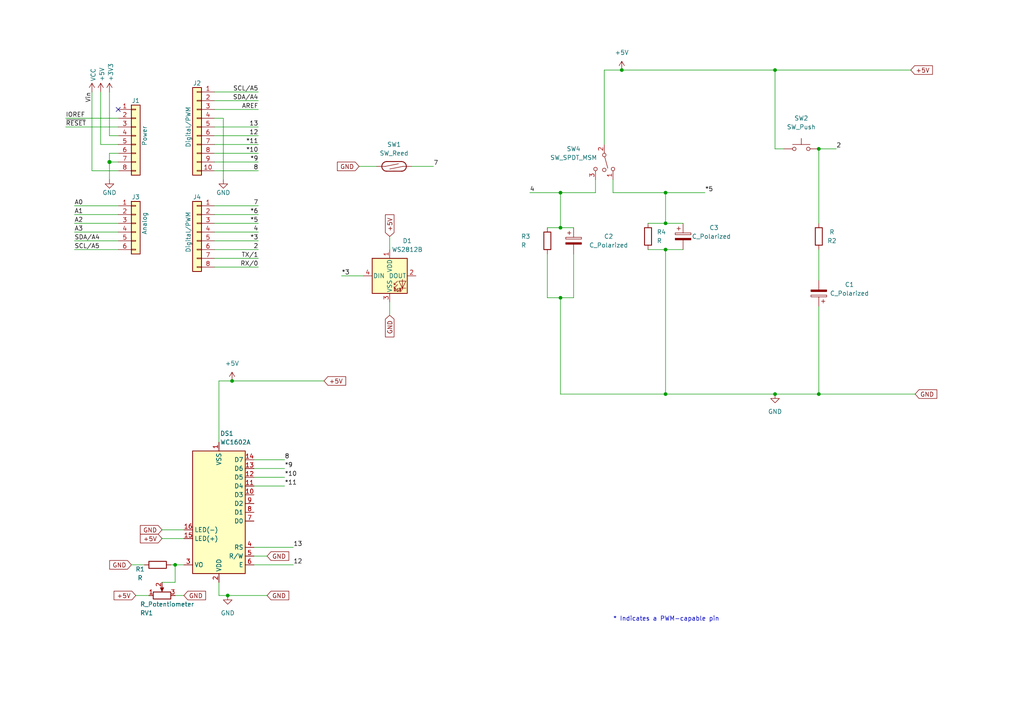
<source format=kicad_sch>
(kicad_sch (version 20230121) (generator eeschema)

  (uuid e63e39d7-6ac0-4ffd-8aa3-1841a4541b55)

  (paper "A4")

  (title_block
    (date "2023-08-15")
  )

  (lib_symbols
    (symbol "+5V_1" (power) (pin_names (offset 0)) (in_bom yes) (on_board yes)
      (property "Reference" "#PWR" (at 0 -3.81 0)
        (effects (font (size 1.27 1.27)) hide)
      )
      (property "Value" "+5V_1" (at 0 3.556 0)
        (effects (font (size 1.27 1.27)))
      )
      (property "Footprint" "" (at 0 0 0)
        (effects (font (size 1.27 1.27)) hide)
      )
      (property "Datasheet" "" (at 0 0 0)
        (effects (font (size 1.27 1.27)) hide)
      )
      (property "ki_keywords" "global power" (at 0 0 0)
        (effects (font (size 1.27 1.27)) hide)
      )
      (property "ki_description" "Power symbol creates a global label with name \"+5V\"" (at 0 0 0)
        (effects (font (size 1.27 1.27)) hide)
      )
      (symbol "+5V_1_0_1"
        (polyline
          (pts
            (xy -0.762 1.27)
            (xy 0 2.54)
          )
          (stroke (width 0) (type default))
          (fill (type none))
        )
        (polyline
          (pts
            (xy 0 0)
            (xy 0 2.54)
          )
          (stroke (width 0) (type default))
          (fill (type none))
        )
        (polyline
          (pts
            (xy 0 2.54)
            (xy 0.762 1.27)
          )
          (stroke (width 0) (type default))
          (fill (type none))
        )
      )
      (symbol "+5V_1_1_1"
        (pin power_in line (at 0 0 90) (length 0) hide
          (name "+5V" (effects (font (size 1.27 1.27))))
          (number "1" (effects (font (size 1.27 1.27))))
        )
      )
    )
    (symbol "+5V_2" (power) (pin_names (offset 0)) (in_bom yes) (on_board yes)
      (property "Reference" "#PWR" (at 0 -3.81 0)
        (effects (font (size 1.27 1.27)) hide)
      )
      (property "Value" "+5V_2" (at 0 3.556 0)
        (effects (font (size 1.27 1.27)))
      )
      (property "Footprint" "" (at 0 0 0)
        (effects (font (size 1.27 1.27)) hide)
      )
      (property "Datasheet" "" (at 0 0 0)
        (effects (font (size 1.27 1.27)) hide)
      )
      (property "ki_keywords" "global power" (at 0 0 0)
        (effects (font (size 1.27 1.27)) hide)
      )
      (property "ki_description" "Power symbol creates a global label with name \"+5V\"" (at 0 0 0)
        (effects (font (size 1.27 1.27)) hide)
      )
      (symbol "+5V_2_0_1"
        (polyline
          (pts
            (xy -0.762 1.27)
            (xy 0 2.54)
          )
          (stroke (width 0) (type default))
          (fill (type none))
        )
        (polyline
          (pts
            (xy 0 0)
            (xy 0 2.54)
          )
          (stroke (width 0) (type default))
          (fill (type none))
        )
        (polyline
          (pts
            (xy 0 2.54)
            (xy 0.762 1.27)
          )
          (stroke (width 0) (type default))
          (fill (type none))
        )
      )
      (symbol "+5V_2_1_1"
        (pin power_in line (at 0 0 90) (length 0) hide
          (name "+5V" (effects (font (size 1.27 1.27))))
          (number "1" (effects (font (size 1.27 1.27))))
        )
      )
    )
    (symbol "Connector_Generic:Conn_01x06" (pin_names (offset 1.016) hide) (in_bom yes) (on_board yes)
      (property "Reference" "J" (at 0 7.62 0)
        (effects (font (size 1.27 1.27)))
      )
      (property "Value" "Conn_01x06" (at 0 -10.16 0)
        (effects (font (size 1.27 1.27)))
      )
      (property "Footprint" "" (at 0 0 0)
        (effects (font (size 1.27 1.27)) hide)
      )
      (property "Datasheet" "~" (at 0 0 0)
        (effects (font (size 1.27 1.27)) hide)
      )
      (property "ki_keywords" "connector" (at 0 0 0)
        (effects (font (size 1.27 1.27)) hide)
      )
      (property "ki_description" "Generic connector, single row, 01x06, script generated (kicad-library-utils/schlib/autogen/connector/)" (at 0 0 0)
        (effects (font (size 1.27 1.27)) hide)
      )
      (property "ki_fp_filters" "Connector*:*_1x??_*" (at 0 0 0)
        (effects (font (size 1.27 1.27)) hide)
      )
      (symbol "Conn_01x06_1_1"
        (rectangle (start -1.27 -7.493) (end 0 -7.747)
          (stroke (width 0.1524) (type default))
          (fill (type none))
        )
        (rectangle (start -1.27 -4.953) (end 0 -5.207)
          (stroke (width 0.1524) (type default))
          (fill (type none))
        )
        (rectangle (start -1.27 -2.413) (end 0 -2.667)
          (stroke (width 0.1524) (type default))
          (fill (type none))
        )
        (rectangle (start -1.27 0.127) (end 0 -0.127)
          (stroke (width 0.1524) (type default))
          (fill (type none))
        )
        (rectangle (start -1.27 2.667) (end 0 2.413)
          (stroke (width 0.1524) (type default))
          (fill (type none))
        )
        (rectangle (start -1.27 5.207) (end 0 4.953)
          (stroke (width 0.1524) (type default))
          (fill (type none))
        )
        (rectangle (start -1.27 6.35) (end 1.27 -8.89)
          (stroke (width 0.254) (type default))
          (fill (type background))
        )
        (pin passive line (at -5.08 5.08 0) (length 3.81)
          (name "Pin_1" (effects (font (size 1.27 1.27))))
          (number "1" (effects (font (size 1.27 1.27))))
        )
        (pin passive line (at -5.08 2.54 0) (length 3.81)
          (name "Pin_2" (effects (font (size 1.27 1.27))))
          (number "2" (effects (font (size 1.27 1.27))))
        )
        (pin passive line (at -5.08 0 0) (length 3.81)
          (name "Pin_3" (effects (font (size 1.27 1.27))))
          (number "3" (effects (font (size 1.27 1.27))))
        )
        (pin passive line (at -5.08 -2.54 0) (length 3.81)
          (name "Pin_4" (effects (font (size 1.27 1.27))))
          (number "4" (effects (font (size 1.27 1.27))))
        )
        (pin passive line (at -5.08 -5.08 0) (length 3.81)
          (name "Pin_5" (effects (font (size 1.27 1.27))))
          (number "5" (effects (font (size 1.27 1.27))))
        )
        (pin passive line (at -5.08 -7.62 0) (length 3.81)
          (name "Pin_6" (effects (font (size 1.27 1.27))))
          (number "6" (effects (font (size 1.27 1.27))))
        )
      )
    )
    (symbol "Connector_Generic:Conn_01x08" (pin_names (offset 1.016) hide) (in_bom yes) (on_board yes)
      (property "Reference" "J" (at 0 10.16 0)
        (effects (font (size 1.27 1.27)))
      )
      (property "Value" "Conn_01x08" (at 0 -12.7 0)
        (effects (font (size 1.27 1.27)))
      )
      (property "Footprint" "" (at 0 0 0)
        (effects (font (size 1.27 1.27)) hide)
      )
      (property "Datasheet" "~" (at 0 0 0)
        (effects (font (size 1.27 1.27)) hide)
      )
      (property "ki_keywords" "connector" (at 0 0 0)
        (effects (font (size 1.27 1.27)) hide)
      )
      (property "ki_description" "Generic connector, single row, 01x08, script generated (kicad-library-utils/schlib/autogen/connector/)" (at 0 0 0)
        (effects (font (size 1.27 1.27)) hide)
      )
      (property "ki_fp_filters" "Connector*:*_1x??_*" (at 0 0 0)
        (effects (font (size 1.27 1.27)) hide)
      )
      (symbol "Conn_01x08_1_1"
        (rectangle (start -1.27 -10.033) (end 0 -10.287)
          (stroke (width 0.1524) (type default))
          (fill (type none))
        )
        (rectangle (start -1.27 -7.493) (end 0 -7.747)
          (stroke (width 0.1524) (type default))
          (fill (type none))
        )
        (rectangle (start -1.27 -4.953) (end 0 -5.207)
          (stroke (width 0.1524) (type default))
          (fill (type none))
        )
        (rectangle (start -1.27 -2.413) (end 0 -2.667)
          (stroke (width 0.1524) (type default))
          (fill (type none))
        )
        (rectangle (start -1.27 0.127) (end 0 -0.127)
          (stroke (width 0.1524) (type default))
          (fill (type none))
        )
        (rectangle (start -1.27 2.667) (end 0 2.413)
          (stroke (width 0.1524) (type default))
          (fill (type none))
        )
        (rectangle (start -1.27 5.207) (end 0 4.953)
          (stroke (width 0.1524) (type default))
          (fill (type none))
        )
        (rectangle (start -1.27 7.747) (end 0 7.493)
          (stroke (width 0.1524) (type default))
          (fill (type none))
        )
        (rectangle (start -1.27 8.89) (end 1.27 -11.43)
          (stroke (width 0.254) (type default))
          (fill (type background))
        )
        (pin passive line (at -5.08 7.62 0) (length 3.81)
          (name "Pin_1" (effects (font (size 1.27 1.27))))
          (number "1" (effects (font (size 1.27 1.27))))
        )
        (pin passive line (at -5.08 5.08 0) (length 3.81)
          (name "Pin_2" (effects (font (size 1.27 1.27))))
          (number "2" (effects (font (size 1.27 1.27))))
        )
        (pin passive line (at -5.08 2.54 0) (length 3.81)
          (name "Pin_3" (effects (font (size 1.27 1.27))))
          (number "3" (effects (font (size 1.27 1.27))))
        )
        (pin passive line (at -5.08 0 0) (length 3.81)
          (name "Pin_4" (effects (font (size 1.27 1.27))))
          (number "4" (effects (font (size 1.27 1.27))))
        )
        (pin passive line (at -5.08 -2.54 0) (length 3.81)
          (name "Pin_5" (effects (font (size 1.27 1.27))))
          (number "5" (effects (font (size 1.27 1.27))))
        )
        (pin passive line (at -5.08 -5.08 0) (length 3.81)
          (name "Pin_6" (effects (font (size 1.27 1.27))))
          (number "6" (effects (font (size 1.27 1.27))))
        )
        (pin passive line (at -5.08 -7.62 0) (length 3.81)
          (name "Pin_7" (effects (font (size 1.27 1.27))))
          (number "7" (effects (font (size 1.27 1.27))))
        )
        (pin passive line (at -5.08 -10.16 0) (length 3.81)
          (name "Pin_8" (effects (font (size 1.27 1.27))))
          (number "8" (effects (font (size 1.27 1.27))))
        )
      )
    )
    (symbol "Connector_Generic:Conn_01x10" (pin_names (offset 1.016) hide) (in_bom yes) (on_board yes)
      (property "Reference" "J" (at 0 12.7 0)
        (effects (font (size 1.27 1.27)))
      )
      (property "Value" "Conn_01x10" (at 0 -15.24 0)
        (effects (font (size 1.27 1.27)))
      )
      (property "Footprint" "" (at 0 0 0)
        (effects (font (size 1.27 1.27)) hide)
      )
      (property "Datasheet" "~" (at 0 0 0)
        (effects (font (size 1.27 1.27)) hide)
      )
      (property "ki_keywords" "connector" (at 0 0 0)
        (effects (font (size 1.27 1.27)) hide)
      )
      (property "ki_description" "Generic connector, single row, 01x10, script generated (kicad-library-utils/schlib/autogen/connector/)" (at 0 0 0)
        (effects (font (size 1.27 1.27)) hide)
      )
      (property "ki_fp_filters" "Connector*:*_1x??_*" (at 0 0 0)
        (effects (font (size 1.27 1.27)) hide)
      )
      (symbol "Conn_01x10_1_1"
        (rectangle (start -1.27 -12.573) (end 0 -12.827)
          (stroke (width 0.1524) (type default))
          (fill (type none))
        )
        (rectangle (start -1.27 -10.033) (end 0 -10.287)
          (stroke (width 0.1524) (type default))
          (fill (type none))
        )
        (rectangle (start -1.27 -7.493) (end 0 -7.747)
          (stroke (width 0.1524) (type default))
          (fill (type none))
        )
        (rectangle (start -1.27 -4.953) (end 0 -5.207)
          (stroke (width 0.1524) (type default))
          (fill (type none))
        )
        (rectangle (start -1.27 -2.413) (end 0 -2.667)
          (stroke (width 0.1524) (type default))
          (fill (type none))
        )
        (rectangle (start -1.27 0.127) (end 0 -0.127)
          (stroke (width 0.1524) (type default))
          (fill (type none))
        )
        (rectangle (start -1.27 2.667) (end 0 2.413)
          (stroke (width 0.1524) (type default))
          (fill (type none))
        )
        (rectangle (start -1.27 5.207) (end 0 4.953)
          (stroke (width 0.1524) (type default))
          (fill (type none))
        )
        (rectangle (start -1.27 7.747) (end 0 7.493)
          (stroke (width 0.1524) (type default))
          (fill (type none))
        )
        (rectangle (start -1.27 10.287) (end 0 10.033)
          (stroke (width 0.1524) (type default))
          (fill (type none))
        )
        (rectangle (start -1.27 11.43) (end 1.27 -13.97)
          (stroke (width 0.254) (type default))
          (fill (type background))
        )
        (pin passive line (at -5.08 10.16 0) (length 3.81)
          (name "Pin_1" (effects (font (size 1.27 1.27))))
          (number "1" (effects (font (size 1.27 1.27))))
        )
        (pin passive line (at -5.08 -12.7 0) (length 3.81)
          (name "Pin_10" (effects (font (size 1.27 1.27))))
          (number "10" (effects (font (size 1.27 1.27))))
        )
        (pin passive line (at -5.08 7.62 0) (length 3.81)
          (name "Pin_2" (effects (font (size 1.27 1.27))))
          (number "2" (effects (font (size 1.27 1.27))))
        )
        (pin passive line (at -5.08 5.08 0) (length 3.81)
          (name "Pin_3" (effects (font (size 1.27 1.27))))
          (number "3" (effects (font (size 1.27 1.27))))
        )
        (pin passive line (at -5.08 2.54 0) (length 3.81)
          (name "Pin_4" (effects (font (size 1.27 1.27))))
          (number "4" (effects (font (size 1.27 1.27))))
        )
        (pin passive line (at -5.08 0 0) (length 3.81)
          (name "Pin_5" (effects (font (size 1.27 1.27))))
          (number "5" (effects (font (size 1.27 1.27))))
        )
        (pin passive line (at -5.08 -2.54 0) (length 3.81)
          (name "Pin_6" (effects (font (size 1.27 1.27))))
          (number "6" (effects (font (size 1.27 1.27))))
        )
        (pin passive line (at -5.08 -5.08 0) (length 3.81)
          (name "Pin_7" (effects (font (size 1.27 1.27))))
          (number "7" (effects (font (size 1.27 1.27))))
        )
        (pin passive line (at -5.08 -7.62 0) (length 3.81)
          (name "Pin_8" (effects (font (size 1.27 1.27))))
          (number "8" (effects (font (size 1.27 1.27))))
        )
        (pin passive line (at -5.08 -10.16 0) (length 3.81)
          (name "Pin_9" (effects (font (size 1.27 1.27))))
          (number "9" (effects (font (size 1.27 1.27))))
        )
      )
    )
    (symbol "Device:C_Polarized" (pin_numbers hide) (pin_names (offset 0.254)) (in_bom yes) (on_board yes)
      (property "Reference" "C" (at 0.635 2.54 0)
        (effects (font (size 1.27 1.27)) (justify left))
      )
      (property "Value" "C_Polarized" (at 0.635 -2.54 0)
        (effects (font (size 1.27 1.27)) (justify left))
      )
      (property "Footprint" "" (at 0.9652 -3.81 0)
        (effects (font (size 1.27 1.27)) hide)
      )
      (property "Datasheet" "~" (at 0 0 0)
        (effects (font (size 1.27 1.27)) hide)
      )
      (property "ki_keywords" "cap capacitor" (at 0 0 0)
        (effects (font (size 1.27 1.27)) hide)
      )
      (property "ki_description" "Polarized capacitor" (at 0 0 0)
        (effects (font (size 1.27 1.27)) hide)
      )
      (property "ki_fp_filters" "CP_*" (at 0 0 0)
        (effects (font (size 1.27 1.27)) hide)
      )
      (symbol "C_Polarized_0_1"
        (rectangle (start -2.286 0.508) (end 2.286 1.016)
          (stroke (width 0) (type default))
          (fill (type none))
        )
        (polyline
          (pts
            (xy -1.778 2.286)
            (xy -0.762 2.286)
          )
          (stroke (width 0) (type default))
          (fill (type none))
        )
        (polyline
          (pts
            (xy -1.27 2.794)
            (xy -1.27 1.778)
          )
          (stroke (width 0) (type default))
          (fill (type none))
        )
        (rectangle (start 2.286 -0.508) (end -2.286 -1.016)
          (stroke (width 0) (type default))
          (fill (type outline))
        )
      )
      (symbol "C_Polarized_1_1"
        (pin passive line (at 0 3.81 270) (length 2.794)
          (name "~" (effects (font (size 1.27 1.27))))
          (number "1" (effects (font (size 1.27 1.27))))
        )
        (pin passive line (at 0 -3.81 90) (length 2.794)
          (name "~" (effects (font (size 1.27 1.27))))
          (number "2" (effects (font (size 1.27 1.27))))
        )
      )
    )
    (symbol "Device:R" (pin_numbers hide) (pin_names (offset 0)) (in_bom yes) (on_board yes)
      (property "Reference" "R" (at 2.032 0 90)
        (effects (font (size 1.27 1.27)))
      )
      (property "Value" "R" (at 0 0 90)
        (effects (font (size 1.27 1.27)))
      )
      (property "Footprint" "" (at -1.778 0 90)
        (effects (font (size 1.27 1.27)) hide)
      )
      (property "Datasheet" "~" (at 0 0 0)
        (effects (font (size 1.27 1.27)) hide)
      )
      (property "ki_keywords" "R res resistor" (at 0 0 0)
        (effects (font (size 1.27 1.27)) hide)
      )
      (property "ki_description" "Resistor" (at 0 0 0)
        (effects (font (size 1.27 1.27)) hide)
      )
      (property "ki_fp_filters" "R_*" (at 0 0 0)
        (effects (font (size 1.27 1.27)) hide)
      )
      (symbol "R_0_1"
        (rectangle (start -1.016 -2.54) (end 1.016 2.54)
          (stroke (width 0.254) (type default))
          (fill (type none))
        )
      )
      (symbol "R_1_1"
        (pin passive line (at 0 3.81 270) (length 1.27)
          (name "~" (effects (font (size 1.27 1.27))))
          (number "1" (effects (font (size 1.27 1.27))))
        )
        (pin passive line (at 0 -3.81 90) (length 1.27)
          (name "~" (effects (font (size 1.27 1.27))))
          (number "2" (effects (font (size 1.27 1.27))))
        )
      )
    )
    (symbol "Device:R_Potentiometer" (pin_names (offset 1.016) hide) (in_bom yes) (on_board yes)
      (property "Reference" "RV" (at -4.445 0 90)
        (effects (font (size 1.27 1.27)))
      )
      (property "Value" "R_Potentiometer" (at -2.54 0 90)
        (effects (font (size 1.27 1.27)))
      )
      (property "Footprint" "" (at 0 0 0)
        (effects (font (size 1.27 1.27)) hide)
      )
      (property "Datasheet" "~" (at 0 0 0)
        (effects (font (size 1.27 1.27)) hide)
      )
      (property "ki_keywords" "resistor variable" (at 0 0 0)
        (effects (font (size 1.27 1.27)) hide)
      )
      (property "ki_description" "Potentiometer" (at 0 0 0)
        (effects (font (size 1.27 1.27)) hide)
      )
      (property "ki_fp_filters" "Potentiometer*" (at 0 0 0)
        (effects (font (size 1.27 1.27)) hide)
      )
      (symbol "R_Potentiometer_0_1"
        (polyline
          (pts
            (xy 2.54 0)
            (xy 1.524 0)
          )
          (stroke (width 0) (type default))
          (fill (type none))
        )
        (polyline
          (pts
            (xy 1.143 0)
            (xy 2.286 0.508)
            (xy 2.286 -0.508)
            (xy 1.143 0)
          )
          (stroke (width 0) (type default))
          (fill (type outline))
        )
        (rectangle (start 1.016 2.54) (end -1.016 -2.54)
          (stroke (width 0.254) (type default))
          (fill (type none))
        )
      )
      (symbol "R_Potentiometer_1_1"
        (pin passive line (at 0 3.81 270) (length 1.27)
          (name "1" (effects (font (size 1.27 1.27))))
          (number "1" (effects (font (size 1.27 1.27))))
        )
        (pin passive line (at 3.81 0 180) (length 1.27)
          (name "2" (effects (font (size 1.27 1.27))))
          (number "2" (effects (font (size 1.27 1.27))))
        )
        (pin passive line (at 0 -3.81 90) (length 1.27)
          (name "3" (effects (font (size 1.27 1.27))))
          (number "3" (effects (font (size 1.27 1.27))))
        )
      )
    )
    (symbol "Display_Character:WC1602A" (in_bom yes) (on_board yes)
      (property "Reference" "DS" (at -5.842 19.05 0)
        (effects (font (size 1.27 1.27)))
      )
      (property "Value" "WC1602A" (at 5.334 19.05 0)
        (effects (font (size 1.27 1.27)))
      )
      (property "Footprint" "Display:WC1602A" (at 0 -22.86 0)
        (effects (font (size 1.27 1.27) italic) hide)
      )
      (property "Datasheet" "http://www.wincomlcd.com/pdf/WC1602A-SFYLYHTC06.pdf" (at 17.78 0 0)
        (effects (font (size 1.27 1.27)) hide)
      )
      (property "ki_keywords" "display LCD dot-matrix" (at 0 0 0)
        (effects (font (size 1.27 1.27)) hide)
      )
      (property "ki_description" "LCD 16x2 Alphanumeric , 8 bit parallel bus, 5V VDD" (at 0 0 0)
        (effects (font (size 1.27 1.27)) hide)
      )
      (property "ki_fp_filters" "*WC*1602A*" (at 0 0 0)
        (effects (font (size 1.27 1.27)) hide)
      )
      (symbol "WC1602A_1_1"
        (rectangle (start -7.62 17.78) (end 7.62 -17.78)
          (stroke (width 0.254) (type default))
          (fill (type background))
        )
        (pin power_in line (at 0 -20.32 90) (length 2.54)
          (name "VSS" (effects (font (size 1.27 1.27))))
          (number "1" (effects (font (size 1.27 1.27))))
        )
        (pin input line (at -10.16 -5.08 0) (length 2.54)
          (name "D3" (effects (font (size 1.27 1.27))))
          (number "10" (effects (font (size 1.27 1.27))))
        )
        (pin input line (at -10.16 -7.62 0) (length 2.54)
          (name "D4" (effects (font (size 1.27 1.27))))
          (number "11" (effects (font (size 1.27 1.27))))
        )
        (pin input line (at -10.16 -10.16 0) (length 2.54)
          (name "D5" (effects (font (size 1.27 1.27))))
          (number "12" (effects (font (size 1.27 1.27))))
        )
        (pin input line (at -10.16 -12.7 0) (length 2.54)
          (name "D6" (effects (font (size 1.27 1.27))))
          (number "13" (effects (font (size 1.27 1.27))))
        )
        (pin input line (at -10.16 -15.24 0) (length 2.54)
          (name "D7" (effects (font (size 1.27 1.27))))
          (number "14" (effects (font (size 1.27 1.27))))
        )
        (pin power_in line (at 10.16 7.62 180) (length 2.54)
          (name "LED(+)" (effects (font (size 1.27 1.27))))
          (number "15" (effects (font (size 1.27 1.27))))
        )
        (pin power_in line (at 10.16 5.08 180) (length 2.54)
          (name "LED(-)" (effects (font (size 1.27 1.27))))
          (number "16" (effects (font (size 1.27 1.27))))
        )
        (pin power_in line (at 0 20.32 270) (length 2.54)
          (name "VDD" (effects (font (size 1.27 1.27))))
          (number "2" (effects (font (size 1.27 1.27))))
        )
        (pin input line (at 10.16 15.24 180) (length 2.54)
          (name "VO" (effects (font (size 1.27 1.27))))
          (number "3" (effects (font (size 1.27 1.27))))
        )
        (pin input line (at -10.16 10.16 0) (length 2.54)
          (name "RS" (effects (font (size 1.27 1.27))))
          (number "4" (effects (font (size 1.27 1.27))))
        )
        (pin input line (at -10.16 12.7 0) (length 2.54)
          (name "R/W" (effects (font (size 1.27 1.27))))
          (number "5" (effects (font (size 1.27 1.27))))
        )
        (pin input line (at -10.16 15.24 0) (length 2.54)
          (name "E" (effects (font (size 1.27 1.27))))
          (number "6" (effects (font (size 1.27 1.27))))
        )
        (pin input line (at -10.16 2.54 0) (length 2.54)
          (name "D0" (effects (font (size 1.27 1.27))))
          (number "7" (effects (font (size 1.27 1.27))))
        )
        (pin input line (at -10.16 0 0) (length 2.54)
          (name "D1" (effects (font (size 1.27 1.27))))
          (number "8" (effects (font (size 1.27 1.27))))
        )
        (pin input line (at -10.16 -2.54 0) (length 2.54)
          (name "D2" (effects (font (size 1.27 1.27))))
          (number "9" (effects (font (size 1.27 1.27))))
        )
      )
    )
    (symbol "GND_1" (power) (pin_names (offset 0)) (in_bom yes) (on_board yes)
      (property "Reference" "#PWR" (at 0 -6.35 0)
        (effects (font (size 1.27 1.27)) hide)
      )
      (property "Value" "GND_1" (at 0 -3.81 0)
        (effects (font (size 1.27 1.27)))
      )
      (property "Footprint" "" (at 0 0 0)
        (effects (font (size 1.27 1.27)) hide)
      )
      (property "Datasheet" "" (at 0 0 0)
        (effects (font (size 1.27 1.27)) hide)
      )
      (property "ki_keywords" "global power" (at 0 0 0)
        (effects (font (size 1.27 1.27)) hide)
      )
      (property "ki_description" "Power symbol creates a global label with name \"GND\" , ground" (at 0 0 0)
        (effects (font (size 1.27 1.27)) hide)
      )
      (symbol "GND_1_0_1"
        (polyline
          (pts
            (xy 0 0)
            (xy 0 -1.27)
            (xy 1.27 -1.27)
            (xy 0 -2.54)
            (xy -1.27 -1.27)
            (xy 0 -1.27)
          )
          (stroke (width 0) (type default))
          (fill (type none))
        )
      )
      (symbol "GND_1_1_1"
        (pin power_in line (at 0 0 270) (length 0) hide
          (name "GND" (effects (font (size 1.27 1.27))))
          (number "1" (effects (font (size 1.27 1.27))))
        )
      )
    )
    (symbol "GND_2" (power) (pin_names (offset 0)) (in_bom yes) (on_board yes)
      (property "Reference" "#PWR" (at 0 -6.35 0)
        (effects (font (size 1.27 1.27)) hide)
      )
      (property "Value" "GND_2" (at 0 -3.81 0)
        (effects (font (size 1.27 1.27)))
      )
      (property "Footprint" "" (at 0 0 0)
        (effects (font (size 1.27 1.27)) hide)
      )
      (property "Datasheet" "" (at 0 0 0)
        (effects (font (size 1.27 1.27)) hide)
      )
      (property "ki_keywords" "global power" (at 0 0 0)
        (effects (font (size 1.27 1.27)) hide)
      )
      (property "ki_description" "Power symbol creates a global label with name \"GND\" , ground" (at 0 0 0)
        (effects (font (size 1.27 1.27)) hide)
      )
      (symbol "GND_2_0_1"
        (polyline
          (pts
            (xy 0 0)
            (xy 0 -1.27)
            (xy 1.27 -1.27)
            (xy 0 -2.54)
            (xy -1.27 -1.27)
            (xy 0 -1.27)
          )
          (stroke (width 0) (type default))
          (fill (type none))
        )
      )
      (symbol "GND_2_1_1"
        (pin power_in line (at 0 0 270) (length 0) hide
          (name "GND" (effects (font (size 1.27 1.27))))
          (number "1" (effects (font (size 1.27 1.27))))
        )
      )
    )
    (symbol "LED:WS2812B" (pin_names (offset 0.254)) (in_bom yes) (on_board yes)
      (property "Reference" "D" (at 5.08 5.715 0)
        (effects (font (size 1.27 1.27)) (justify right bottom))
      )
      (property "Value" "WS2812B" (at 1.27 -5.715 0)
        (effects (font (size 1.27 1.27)) (justify left top))
      )
      (property "Footprint" "LED_SMD:LED_WS2812B_PLCC4_5.0x5.0mm_P3.2mm" (at 1.27 -7.62 0)
        (effects (font (size 1.27 1.27)) (justify left top) hide)
      )
      (property "Datasheet" "https://cdn-shop.adafruit.com/datasheets/WS2812B.pdf" (at 2.54 -9.525 0)
        (effects (font (size 1.27 1.27)) (justify left top) hide)
      )
      (property "ki_keywords" "RGB LED NeoPixel addressable" (at 0 0 0)
        (effects (font (size 1.27 1.27)) hide)
      )
      (property "ki_description" "RGB LED with integrated controller" (at 0 0 0)
        (effects (font (size 1.27 1.27)) hide)
      )
      (property "ki_fp_filters" "LED*WS2812*PLCC*5.0x5.0mm*P3.2mm*" (at 0 0 0)
        (effects (font (size 1.27 1.27)) hide)
      )
      (symbol "WS2812B_0_0"
        (text "RGB" (at 2.286 -4.191 0)
          (effects (font (size 0.762 0.762)))
        )
      )
      (symbol "WS2812B_0_1"
        (polyline
          (pts
            (xy 1.27 -3.556)
            (xy 1.778 -3.556)
          )
          (stroke (width 0) (type default))
          (fill (type none))
        )
        (polyline
          (pts
            (xy 1.27 -2.54)
            (xy 1.778 -2.54)
          )
          (stroke (width 0) (type default))
          (fill (type none))
        )
        (polyline
          (pts
            (xy 4.699 -3.556)
            (xy 2.667 -3.556)
          )
          (stroke (width 0) (type default))
          (fill (type none))
        )
        (polyline
          (pts
            (xy 2.286 -2.54)
            (xy 1.27 -3.556)
            (xy 1.27 -3.048)
          )
          (stroke (width 0) (type default))
          (fill (type none))
        )
        (polyline
          (pts
            (xy 2.286 -1.524)
            (xy 1.27 -2.54)
            (xy 1.27 -2.032)
          )
          (stroke (width 0) (type default))
          (fill (type none))
        )
        (polyline
          (pts
            (xy 3.683 -1.016)
            (xy 3.683 -3.556)
            (xy 3.683 -4.064)
          )
          (stroke (width 0) (type default))
          (fill (type none))
        )
        (polyline
          (pts
            (xy 4.699 -1.524)
            (xy 2.667 -1.524)
            (xy 3.683 -3.556)
            (xy 4.699 -1.524)
          )
          (stroke (width 0) (type default))
          (fill (type none))
        )
        (rectangle (start 5.08 5.08) (end -5.08 -5.08)
          (stroke (width 0.254) (type default))
          (fill (type background))
        )
      )
      (symbol "WS2812B_1_1"
        (pin power_in line (at 0 7.62 270) (length 2.54)
          (name "VDD" (effects (font (size 1.27 1.27))))
          (number "1" (effects (font (size 1.27 1.27))))
        )
        (pin output line (at 7.62 0 180) (length 2.54)
          (name "DOUT" (effects (font (size 1.27 1.27))))
          (number "2" (effects (font (size 1.27 1.27))))
        )
        (pin power_in line (at 0 -7.62 90) (length 2.54)
          (name "VSS" (effects (font (size 1.27 1.27))))
          (number "3" (effects (font (size 1.27 1.27))))
        )
        (pin input line (at -7.62 0 0) (length 2.54)
          (name "DIN" (effects (font (size 1.27 1.27))))
          (number "4" (effects (font (size 1.27 1.27))))
        )
      )
    )
    (symbol "Switch:SW_Push" (pin_numbers hide) (pin_names (offset 1.016) hide) (in_bom yes) (on_board yes)
      (property "Reference" "SW" (at 1.27 2.54 0)
        (effects (font (size 1.27 1.27)) (justify left))
      )
      (property "Value" "SW_Push" (at 0 -1.524 0)
        (effects (font (size 1.27 1.27)))
      )
      (property "Footprint" "" (at 0 5.08 0)
        (effects (font (size 1.27 1.27)) hide)
      )
      (property "Datasheet" "~" (at 0 5.08 0)
        (effects (font (size 1.27 1.27)) hide)
      )
      (property "ki_keywords" "switch normally-open pushbutton push-button" (at 0 0 0)
        (effects (font (size 1.27 1.27)) hide)
      )
      (property "ki_description" "Push button switch, generic, two pins" (at 0 0 0)
        (effects (font (size 1.27 1.27)) hide)
      )
      (symbol "SW_Push_0_1"
        (circle (center -2.032 0) (radius 0.508)
          (stroke (width 0) (type default))
          (fill (type none))
        )
        (polyline
          (pts
            (xy 0 1.27)
            (xy 0 3.048)
          )
          (stroke (width 0) (type default))
          (fill (type none))
        )
        (polyline
          (pts
            (xy 2.54 1.27)
            (xy -2.54 1.27)
          )
          (stroke (width 0) (type default))
          (fill (type none))
        )
        (circle (center 2.032 0) (radius 0.508)
          (stroke (width 0) (type default))
          (fill (type none))
        )
        (pin passive line (at -5.08 0 0) (length 2.54)
          (name "1" (effects (font (size 1.27 1.27))))
          (number "1" (effects (font (size 1.27 1.27))))
        )
        (pin passive line (at 5.08 0 180) (length 2.54)
          (name "2" (effects (font (size 1.27 1.27))))
          (number "2" (effects (font (size 1.27 1.27))))
        )
      )
    )
    (symbol "Switch:SW_Reed" (pin_numbers hide) (pin_names (offset 0) hide) (in_bom yes) (on_board yes)
      (property "Reference" "SW" (at 0 2.54 0)
        (effects (font (size 1.27 1.27)))
      )
      (property "Value" "SW_Reed" (at 0 -2.54 0)
        (effects (font (size 1.27 1.27)))
      )
      (property "Footprint" "" (at 0 0 0)
        (effects (font (size 1.27 1.27)) hide)
      )
      (property "Datasheet" "~" (at 0 0 0)
        (effects (font (size 1.27 1.27)) hide)
      )
      (property "ki_keywords" "reed magnetic switch" (at 0 0 0)
        (effects (font (size 1.27 1.27)) hide)
      )
      (property "ki_description" "reed switch" (at 0 0 0)
        (effects (font (size 1.27 1.27)) hide)
      )
      (symbol "SW_Reed_0_0"
        (arc (start -2.159 1.397) (mid -3.55 0) (end -2.159 -1.397)
          (stroke (width 0.254) (type default))
          (fill (type none))
        )
        (polyline
          (pts
            (xy -2.54 0)
            (xy 1.27 0.762)
          )
          (stroke (width 0) (type default))
          (fill (type none))
        )
        (polyline
          (pts
            (xy -2.159 -1.397)
            (xy 2.286 -1.397)
          )
          (stroke (width 0.254) (type default))
          (fill (type none))
        )
        (polyline
          (pts
            (xy 2.159 1.397)
            (xy -2.159 1.397)
          )
          (stroke (width 0.254) (type default))
          (fill (type none))
        )
        (polyline
          (pts
            (xy 2.54 0)
            (xy -1.27 -0.762)
          )
          (stroke (width 0) (type default))
          (fill (type none))
        )
        (arc (start 2.159 -1.397) (mid 3.55 0) (end 2.159 1.397)
          (stroke (width 0.254) (type default))
          (fill (type none))
        )
      )
      (symbol "SW_Reed_1_1"
        (pin passive line (at -5.08 0 0) (length 2.54)
          (name "1" (effects (font (size 1.27 1.27))))
          (number "1" (effects (font (size 1.27 1.27))))
        )
        (pin passive line (at 5.08 0 180) (length 2.54)
          (name "2" (effects (font (size 1.27 1.27))))
          (number "2" (effects (font (size 1.27 1.27))))
        )
      )
    )
    (symbol "Switch:SW_SPDT_MSM" (pin_names (offset 0) hide) (in_bom yes) (on_board yes)
      (property "Reference" "SW" (at 0 5.08 0)
        (effects (font (size 1.27 1.27)))
      )
      (property "Value" "SW_SPDT_MSM" (at 0 -5.08 0)
        (effects (font (size 1.27 1.27)))
      )
      (property "Footprint" "" (at 0 0 0)
        (effects (font (size 1.27 1.27)) hide)
      )
      (property "Datasheet" "~" (at 0 0 0)
        (effects (font (size 1.27 1.27)) hide)
      )
      (property "ki_keywords" "switch spdt single-pole double-throw ON-OFF-ON" (at 0 0 0)
        (effects (font (size 1.27 1.27)) hide)
      )
      (property "ki_description" "Switch, single pole double throw, center OFF position" (at 0 0 0)
        (effects (font (size 1.27 1.27)) hide)
      )
      (symbol "SW_SPDT_MSM_0_0"
        (circle (center -2.032 0) (radius 0.508)
          (stroke (width 0) (type default))
          (fill (type none))
        )
        (polyline
          (pts
            (xy -1.524 0.127)
            (xy 1.778 1.016)
          )
          (stroke (width 0) (type default))
          (fill (type none))
        )
        (circle (center 2.032 -2.54) (radius 0.508)
          (stroke (width 0) (type default))
          (fill (type none))
        )
      )
      (symbol "SW_SPDT_MSM_0_1"
        (circle (center 2.032 2.54) (radius 0.508)
          (stroke (width 0) (type default))
          (fill (type none))
        )
        (circle (center 2.286 0) (radius 0.508)
          (stroke (width 0) (type default))
          (fill (type none))
        )
      )
      (symbol "SW_SPDT_MSM_1_1"
        (pin passive line (at 5.08 2.54 180) (length 2.54)
          (name "1" (effects (font (size 1.27 1.27))))
          (number "1" (effects (font (size 1.27 1.27))))
        )
        (pin passive line (at -5.08 0 0) (length 2.54)
          (name "2" (effects (font (size 1.27 1.27))))
          (number "2" (effects (font (size 1.27 1.27))))
        )
        (pin passive line (at 5.08 -2.54 180) (length 2.54)
          (name "3" (effects (font (size 1.27 1.27))))
          (number "3" (effects (font (size 1.27 1.27))))
        )
      )
    )
    (symbol "power:+3V3" (power) (pin_names (offset 0)) (in_bom yes) (on_board yes)
      (property "Reference" "#PWR" (at 0 -3.81 0)
        (effects (font (size 1.27 1.27)) hide)
      )
      (property "Value" "+3V3" (at 0 3.556 0)
        (effects (font (size 1.27 1.27)))
      )
      (property "Footprint" "" (at 0 0 0)
        (effects (font (size 1.27 1.27)) hide)
      )
      (property "Datasheet" "" (at 0 0 0)
        (effects (font (size 1.27 1.27)) hide)
      )
      (property "ki_keywords" "power-flag" (at 0 0 0)
        (effects (font (size 1.27 1.27)) hide)
      )
      (property "ki_description" "Power symbol creates a global label with name \"+3V3\"" (at 0 0 0)
        (effects (font (size 1.27 1.27)) hide)
      )
      (symbol "+3V3_0_1"
        (polyline
          (pts
            (xy -0.762 1.27)
            (xy 0 2.54)
          )
          (stroke (width 0) (type default))
          (fill (type none))
        )
        (polyline
          (pts
            (xy 0 0)
            (xy 0 2.54)
          )
          (stroke (width 0) (type default))
          (fill (type none))
        )
        (polyline
          (pts
            (xy 0 2.54)
            (xy 0.762 1.27)
          )
          (stroke (width 0) (type default))
          (fill (type none))
        )
      )
      (symbol "+3V3_1_1"
        (pin power_in line (at 0 0 90) (length 0) hide
          (name "+3V3" (effects (font (size 1.27 1.27))))
          (number "1" (effects (font (size 1.27 1.27))))
        )
      )
    )
    (symbol "power:+5V" (power) (pin_names (offset 0)) (in_bom yes) (on_board yes)
      (property "Reference" "#PWR" (at 0 -3.81 0)
        (effects (font (size 1.27 1.27)) hide)
      )
      (property "Value" "+5V" (at 0 3.556 0)
        (effects (font (size 1.27 1.27)))
      )
      (property "Footprint" "" (at 0 0 0)
        (effects (font (size 1.27 1.27)) hide)
      )
      (property "Datasheet" "" (at 0 0 0)
        (effects (font (size 1.27 1.27)) hide)
      )
      (property "ki_keywords" "power-flag" (at 0 0 0)
        (effects (font (size 1.27 1.27)) hide)
      )
      (property "ki_description" "Power symbol creates a global label with name \"+5V\"" (at 0 0 0)
        (effects (font (size 1.27 1.27)) hide)
      )
      (symbol "+5V_0_1"
        (polyline
          (pts
            (xy -0.762 1.27)
            (xy 0 2.54)
          )
          (stroke (width 0) (type default))
          (fill (type none))
        )
        (polyline
          (pts
            (xy 0 0)
            (xy 0 2.54)
          )
          (stroke (width 0) (type default))
          (fill (type none))
        )
        (polyline
          (pts
            (xy 0 2.54)
            (xy 0.762 1.27)
          )
          (stroke (width 0) (type default))
          (fill (type none))
        )
      )
      (symbol "+5V_1_1"
        (pin power_in line (at 0 0 90) (length 0) hide
          (name "+5V" (effects (font (size 1.27 1.27))))
          (number "1" (effects (font (size 1.27 1.27))))
        )
      )
    )
    (symbol "power:GND" (power) (pin_names (offset 0)) (in_bom yes) (on_board yes)
      (property "Reference" "#PWR" (at 0 -6.35 0)
        (effects (font (size 1.27 1.27)) hide)
      )
      (property "Value" "GND" (at 0 -3.81 0)
        (effects (font (size 1.27 1.27)))
      )
      (property "Footprint" "" (at 0 0 0)
        (effects (font (size 1.27 1.27)) hide)
      )
      (property "Datasheet" "" (at 0 0 0)
        (effects (font (size 1.27 1.27)) hide)
      )
      (property "ki_keywords" "power-flag" (at 0 0 0)
        (effects (font (size 1.27 1.27)) hide)
      )
      (property "ki_description" "Power symbol creates a global label with name \"GND\" , ground" (at 0 0 0)
        (effects (font (size 1.27 1.27)) hide)
      )
      (symbol "GND_0_1"
        (polyline
          (pts
            (xy 0 0)
            (xy 0 -1.27)
            (xy 1.27 -1.27)
            (xy 0 -2.54)
            (xy -1.27 -1.27)
            (xy 0 -1.27)
          )
          (stroke (width 0) (type default))
          (fill (type none))
        )
      )
      (symbol "GND_1_1"
        (pin power_in line (at 0 0 270) (length 0) hide
          (name "GND" (effects (font (size 1.27 1.27))))
          (number "1" (effects (font (size 1.27 1.27))))
        )
      )
    )
    (symbol "power:VCC" (power) (pin_names (offset 0)) (in_bom yes) (on_board yes)
      (property "Reference" "#PWR" (at 0 -3.81 0)
        (effects (font (size 1.27 1.27)) hide)
      )
      (property "Value" "VCC" (at 0 3.81 0)
        (effects (font (size 1.27 1.27)))
      )
      (property "Footprint" "" (at 0 0 0)
        (effects (font (size 1.27 1.27)) hide)
      )
      (property "Datasheet" "" (at 0 0 0)
        (effects (font (size 1.27 1.27)) hide)
      )
      (property "ki_keywords" "power-flag" (at 0 0 0)
        (effects (font (size 1.27 1.27)) hide)
      )
      (property "ki_description" "Power symbol creates a global label with name \"VCC\"" (at 0 0 0)
        (effects (font (size 1.27 1.27)) hide)
      )
      (symbol "VCC_0_1"
        (polyline
          (pts
            (xy -0.762 1.27)
            (xy 0 2.54)
          )
          (stroke (width 0) (type default))
          (fill (type none))
        )
        (polyline
          (pts
            (xy 0 0)
            (xy 0 2.54)
          )
          (stroke (width 0) (type default))
          (fill (type none))
        )
        (polyline
          (pts
            (xy 0 2.54)
            (xy 0.762 1.27)
          )
          (stroke (width 0) (type default))
          (fill (type none))
        )
      )
      (symbol "VCC_1_1"
        (pin power_in line (at 0 0 90) (length 0) hide
          (name "VCC" (effects (font (size 1.27 1.27))))
          (number "1" (effects (font (size 1.27 1.27))))
        )
      )
    )
  )

  (junction (at 193.04 64.77) (diameter 0) (color 0 0 0 0)
    (uuid 1323211a-0b49-4506-bc35-b4d96ce2f9e5)
  )
  (junction (at 237.49 114.3) (diameter 0) (color 0 0 0 0)
    (uuid 19cab977-7808-424d-853a-79a2fe2cc788)
  )
  (junction (at 31.75 46.99) (diameter 1.016) (color 0 0 0 0)
    (uuid 3dcc657b-55a1-48e0-9667-e01e7b6b08b5)
  )
  (junction (at 66.04 172.72) (diameter 0) (color 0 0 0 0)
    (uuid 4b3e90c9-67f2-4d65-ab85-73724d5d53a0)
  )
  (junction (at 67.31 110.49) (diameter 0) (color 0 0 0 0)
    (uuid 587ecc8d-fce2-48ef-8480-1166ebc7f011)
  )
  (junction (at 224.79 20.32) (diameter 0) (color 0 0 0 0)
    (uuid 5a908983-cedb-4dbf-baad-df17e2f6cecb)
  )
  (junction (at 162.56 86.36) (diameter 0) (color 0 0 0 0)
    (uuid 65b99c8a-fe06-4817-99f0-f5f2467f9c82)
  )
  (junction (at 180.34 20.32) (diameter 0) (color 0 0 0 0)
    (uuid 6acf7067-fc09-4425-840a-fb9a8c6258d0)
  )
  (junction (at 237.49 43.18) (diameter 0) (color 0 0 0 0)
    (uuid 7aaede8e-68ee-4f5c-b20a-a6243a034d88)
  )
  (junction (at 162.56 55.88) (diameter 0) (color 0 0 0 0)
    (uuid 7ee6c7a9-b777-4801-a615-84eebc0ab2dc)
  )
  (junction (at 193.04 72.39) (diameter 0) (color 0 0 0 0)
    (uuid 8d2a1e71-b230-47c5-a507-ea5d1607bd08)
  )
  (junction (at 50.8 163.83) (diameter 0) (color 0 0 0 0)
    (uuid b2c4663f-18bb-4cfa-9da1-6d92735b4356)
  )
  (junction (at 193.04 114.3) (diameter 0) (color 0 0 0 0)
    (uuid bb8ef2c4-5e23-4d40-9662-4b3fed4f3c43)
  )
  (junction (at 224.79 114.3) (diameter 0) (color 0 0 0 0)
    (uuid d052db02-623a-4573-9748-478f79f658d7)
  )
  (junction (at 193.04 55.88) (diameter 0) (color 0 0 0 0)
    (uuid d21728c8-f75b-447c-adf8-87978c368540)
  )
  (junction (at 162.56 66.04) (diameter 0) (color 0 0 0 0)
    (uuid f1ccbe5e-64b1-4262-8816-19f30ce9bf6e)
  )

  (no_connect (at 34.29 31.75) (uuid d181157c-7812-47e5-a0cf-9580c905fc86))

  (wire (pts (xy 62.23 77.47) (xy 74.93 77.47))
    (stroke (width 0) (type solid))
    (uuid 010ba307-2067-49d3-b0fa-6414143f3fc2)
  )
  (wire (pts (xy 193.04 72.39) (xy 198.12 72.39))
    (stroke (width 0) (type default))
    (uuid 02ddf861-61f4-4322-ac7d-88c2c67a4655)
  )
  (wire (pts (xy 62.23 44.45) (xy 74.93 44.45))
    (stroke (width 0) (type solid))
    (uuid 09480ba4-37da-45e3-b9fe-6beebf876349)
  )
  (wire (pts (xy 50.8 172.72) (xy 53.34 172.72))
    (stroke (width 0) (type default))
    (uuid 0a81c795-5027-417b-8e75-09c4b8770c82)
  )
  (wire (pts (xy 49.53 163.83) (xy 50.8 163.83))
    (stroke (width 0) (type default))
    (uuid 0d1bdfbe-d234-4530-98cf-5fac820fb850)
  )
  (wire (pts (xy 180.34 20.32) (xy 224.79 20.32))
    (stroke (width 0) (type default))
    (uuid 0d53c3f5-0e08-43ad-931a-3c2f02e32b63)
  )
  (wire (pts (xy 237.49 43.18) (xy 237.49 64.77))
    (stroke (width 0) (type default))
    (uuid 0e78bf9e-a2b5-4ede-8d57-d5c5e12462d5)
  )
  (wire (pts (xy 162.56 55.88) (xy 172.72 55.88))
    (stroke (width 0) (type default))
    (uuid 0ec3f2b7-c2ce-44c1-9ab3-4b528d640b2a)
  )
  (wire (pts (xy 63.5 110.49) (xy 67.31 110.49))
    (stroke (width 0) (type default))
    (uuid 0ecf5bcf-7d69-45e6-a595-0f0c20762f5a)
  )
  (wire (pts (xy 62.23 26.67) (xy 74.93 26.67))
    (stroke (width 0) (type solid))
    (uuid 0f5d2189-4ead-42fa-8f7a-cfa3af4de132)
  )
  (wire (pts (xy 119.38 48.26) (xy 125.73 48.26))
    (stroke (width 0) (type default))
    (uuid 11e17d80-8478-41cd-be04-ac088885f0ab)
  )
  (wire (pts (xy 113.03 68.58) (xy 113.03 72.39))
    (stroke (width 0) (type default))
    (uuid 12bd86ba-e0f1-44f6-8d02-39d2a2a1e1d0)
  )
  (wire (pts (xy 31.75 44.45) (xy 31.75 46.99))
    (stroke (width 0) (type solid))
    (uuid 1c31b835-925f-4a5c-92df-8f2558bb711b)
  )
  (wire (pts (xy 224.79 114.3) (xy 237.49 114.3))
    (stroke (width 0) (type default))
    (uuid 1e4f8375-6b7c-428f-97ea-990fb16e5601)
  )
  (wire (pts (xy 21.59 72.39) (xy 34.29 72.39))
    (stroke (width 0) (type solid))
    (uuid 20854542-d0b0-4be7-af02-0e5fceb34e01)
  )
  (wire (pts (xy 46.99 156.21) (xy 53.34 156.21))
    (stroke (width 0) (type default))
    (uuid 2ab3222c-a49b-4b6b-bbeb-02d265b73ce6)
  )
  (wire (pts (xy 158.75 86.36) (xy 162.56 86.36))
    (stroke (width 0) (type default))
    (uuid 2da2d4c5-9488-451c-9fa3-d166bdae261d)
  )
  (wire (pts (xy 31.75 46.99) (xy 31.75 52.07))
    (stroke (width 0) (type solid))
    (uuid 2df788b2-ce68-49bc-a497-4b6570a17f30)
  )
  (wire (pts (xy 39.37 172.72) (xy 43.18 172.72))
    (stroke (width 0) (type default))
    (uuid 2faa1e95-e7ec-42ac-b4bf-49f369657725)
  )
  (wire (pts (xy 224.79 20.32) (xy 224.79 43.18))
    (stroke (width 0) (type default))
    (uuid 328d172a-a98e-4fef-8828-384f78308533)
  )
  (wire (pts (xy 73.66 135.89) (xy 82.55 135.89))
    (stroke (width 0) (type default))
    (uuid 32d2c02a-84b8-4aac-83d4-26a7211a26b0)
  )
  (wire (pts (xy 31.75 39.37) (xy 34.29 39.37))
    (stroke (width 0) (type solid))
    (uuid 3334b11d-5a13-40b4-a117-d693c543e4ab)
  )
  (wire (pts (xy 67.31 110.49) (xy 93.98 110.49))
    (stroke (width 0) (type default))
    (uuid 34dc8cfa-87f2-4e23-8a2b-d09a39769998)
  )
  (wire (pts (xy 162.56 114.3) (xy 193.04 114.3))
    (stroke (width 0) (type default))
    (uuid 350478e9-c1cd-4c46-bb1f-ad2286d53247)
  )
  (wire (pts (xy 73.66 138.43) (xy 82.55 138.43))
    (stroke (width 0) (type default))
    (uuid 35bff63a-ec50-428a-92b1-119e73d90148)
  )
  (wire (pts (xy 29.21 41.91) (xy 34.29 41.91))
    (stroke (width 0) (type solid))
    (uuid 3661f80c-fef8-4441-83be-df8930b3b45e)
  )
  (wire (pts (xy 73.66 158.75) (xy 85.09 158.75))
    (stroke (width 0) (type default))
    (uuid 375f8ed1-626d-4b52-8d2b-e1719870269c)
  )
  (wire (pts (xy 29.21 26.67) (xy 29.21 41.91))
    (stroke (width 0) (type solid))
    (uuid 392bf1f6-bf67-427d-8d4c-0a87cb757556)
  )
  (wire (pts (xy 166.37 73.66) (xy 166.37 86.36))
    (stroke (width 0) (type default))
    (uuid 3f447ac6-62fc-4e41-9eef-6024423ff443)
  )
  (wire (pts (xy 73.66 163.83) (xy 85.09 163.83))
    (stroke (width 0) (type default))
    (uuid 40e62b91-3b73-4100-8676-fdb0010f125a)
  )
  (wire (pts (xy 62.23 36.83) (xy 74.93 36.83))
    (stroke (width 0) (type solid))
    (uuid 4227fa6f-c399-4f14-8228-23e39d2b7e7d)
  )
  (wire (pts (xy 104.14 48.26) (xy 109.22 48.26))
    (stroke (width 0) (type default))
    (uuid 422cd95e-c714-47ae-97c1-f137d642f0bf)
  )
  (wire (pts (xy 31.75 26.67) (xy 31.75 39.37))
    (stroke (width 0) (type solid))
    (uuid 442fb4de-4d55-45de-bc27-3e6222ceb890)
  )
  (wire (pts (xy 62.23 59.69) (xy 74.93 59.69))
    (stroke (width 0) (type solid))
    (uuid 4455ee2e-5642-42c1-a83b-f7e65fa0c2f1)
  )
  (wire (pts (xy 34.29 59.69) (xy 21.59 59.69))
    (stroke (width 0) (type solid))
    (uuid 486ca832-85f4-4989-b0f4-569faf9be534)
  )
  (wire (pts (xy 62.23 39.37) (xy 74.93 39.37))
    (stroke (width 0) (type solid))
    (uuid 4a910b57-a5cd-4105-ab4f-bde2a80d4f00)
  )
  (wire (pts (xy 175.26 20.32) (xy 180.34 20.32))
    (stroke (width 0) (type default))
    (uuid 4c7d5814-9832-4870-9cb7-ad3bcb1519a3)
  )
  (wire (pts (xy 227.33 43.18) (xy 224.79 43.18))
    (stroke (width 0) (type default))
    (uuid 4de7a68a-320d-4994-b0de-888598cd276b)
  )
  (wire (pts (xy 62.23 62.23) (xy 74.93 62.23))
    (stroke (width 0) (type solid))
    (uuid 4e60e1af-19bd-45a0-b418-b7030b594dde)
  )
  (wire (pts (xy 113.03 87.63) (xy 113.03 91.44))
    (stroke (width 0) (type default))
    (uuid 4e6b0720-79b0-4eb3-8784-39c86d616fe7)
  )
  (wire (pts (xy 237.49 114.3) (xy 265.43 114.3))
    (stroke (width 0) (type default))
    (uuid 50a24b85-77be-4555-b0d0-b80886af44ff)
  )
  (wire (pts (xy 50.8 163.83) (xy 53.34 163.83))
    (stroke (width 0) (type default))
    (uuid 50e729b9-66be-45b4-bb91-42e600af49df)
  )
  (wire (pts (xy 193.04 114.3) (xy 224.79 114.3))
    (stroke (width 0) (type default))
    (uuid 55f3eee9-afde-40b8-83ad-05e8be096c5c)
  )
  (wire (pts (xy 73.66 161.29) (xy 77.47 161.29))
    (stroke (width 0) (type default))
    (uuid 5d994660-7921-482f-9a0c-a73757ab74eb)
  )
  (wire (pts (xy 193.04 72.39) (xy 193.04 114.3))
    (stroke (width 0) (type default))
    (uuid 632d3bf2-e068-445d-a3e9-cca3017cc640)
  )
  (wire (pts (xy 62.23 46.99) (xy 74.93 46.99))
    (stroke (width 0) (type solid))
    (uuid 63f2b71b-521b-4210-bf06-ed65e330fccc)
  )
  (wire (pts (xy 46.99 153.67) (xy 53.34 153.67))
    (stroke (width 0) (type default))
    (uuid 6aa62faf-8068-44c5-9d5a-86905c75238e)
  )
  (wire (pts (xy 162.56 55.88) (xy 162.56 66.04))
    (stroke (width 0) (type default))
    (uuid 6b10f024-d8e6-4ec7-9145-eca25793d102)
  )
  (wire (pts (xy 62.23 67.31) (xy 74.93 67.31))
    (stroke (width 0) (type solid))
    (uuid 6bb3ea5f-9e60-4add-9d97-244be2cf61d2)
  )
  (wire (pts (xy 19.05 34.29) (xy 34.29 34.29))
    (stroke (width 0) (type solid))
    (uuid 73d4774c-1387-4550-b580-a1cc0ac89b89)
  )
  (wire (pts (xy 224.79 20.32) (xy 264.16 20.32))
    (stroke (width 0) (type default))
    (uuid 75a74a61-7ece-42ef-8eba-75b22dda8a99)
  )
  (wire (pts (xy 63.5 172.72) (xy 66.04 172.72))
    (stroke (width 0) (type default))
    (uuid 7b123663-0bd5-4ed6-8442-23a07686fa2c)
  )
  (wire (pts (xy 187.96 72.39) (xy 193.04 72.39))
    (stroke (width 0) (type default))
    (uuid 7ceac9be-09b9-4c49-847b-c16d7f7a0efe)
  )
  (wire (pts (xy 64.77 34.29) (xy 64.77 52.07))
    (stroke (width 0) (type solid))
    (uuid 84ce350c-b0c1-4e69-9ab2-f7ec7b8bb312)
  )
  (wire (pts (xy 63.5 168.91) (xy 63.5 172.72))
    (stroke (width 0) (type default))
    (uuid 852edb40-1b99-4546-8576-d94ad808d9c8)
  )
  (wire (pts (xy 158.75 66.04) (xy 162.56 66.04))
    (stroke (width 0) (type default))
    (uuid 857c8474-ceb0-421e-8c65-e1ec00c34432)
  )
  (wire (pts (xy 193.04 55.88) (xy 204.47 55.88))
    (stroke (width 0) (type default))
    (uuid 89835458-897e-4387-ac8c-3fab8a32d01c)
  )
  (wire (pts (xy 62.23 31.75) (xy 74.93 31.75))
    (stroke (width 0) (type solid))
    (uuid 8a3d35a2-f0f6-4dec-a606-7c8e288ca828)
  )
  (wire (pts (xy 237.49 88.9) (xy 237.49 114.3))
    (stroke (width 0) (type default))
    (uuid 8bb296d3-6ee2-4d80-926e-e5e305d50281)
  )
  (wire (pts (xy 162.56 86.36) (xy 166.37 86.36))
    (stroke (width 0) (type default))
    (uuid 8d8442e1-cada-4619-8f33-d4efc5a554fd)
  )
  (wire (pts (xy 34.29 64.77) (xy 21.59 64.77))
    (stroke (width 0) (type solid))
    (uuid 9377eb1a-3b12-438c-8ebd-f86ace1e8d25)
  )
  (wire (pts (xy 172.72 52.07) (xy 172.72 55.88))
    (stroke (width 0) (type default))
    (uuid 93a9eddd-ac90-4fcf-9a8b-a2a15735a833)
  )
  (wire (pts (xy 193.04 55.88) (xy 193.04 64.77))
    (stroke (width 0) (type default))
    (uuid 93e2bb1d-2e43-4a70-9ec5-0ec5ea986924)
  )
  (wire (pts (xy 19.05 36.83) (xy 34.29 36.83))
    (stroke (width 0) (type solid))
    (uuid 93e52853-9d1e-4afe-aee8-b825ab9f5d09)
  )
  (wire (pts (xy 237.49 43.18) (xy 242.57 43.18))
    (stroke (width 0) (type default))
    (uuid 93fcbb4b-fe7c-44f0-9375-c66bd15c1696)
  )
  (wire (pts (xy 34.29 46.99) (xy 31.75 46.99))
    (stroke (width 0) (type solid))
    (uuid 97df9ac9-dbb8-472e-b84f-3684d0eb5efc)
  )
  (wire (pts (xy 177.8 55.88) (xy 193.04 55.88))
    (stroke (width 0) (type default))
    (uuid 9a5b5120-f4d9-494f-b60f-7246d8e2c874)
  )
  (wire (pts (xy 34.29 49.53) (xy 26.67 49.53))
    (stroke (width 0) (type solid))
    (uuid a7518f9d-05df-4211-ba17-5d615f04ec46)
  )
  (wire (pts (xy 73.66 133.35) (xy 82.55 133.35))
    (stroke (width 0) (type default))
    (uuid a7c0edce-e076-4136-b8b7-4ef0114660c2)
  )
  (wire (pts (xy 175.26 20.32) (xy 175.26 41.91))
    (stroke (width 0) (type default))
    (uuid a9935875-d865-4aeb-a886-c63a6b685c72)
  )
  (wire (pts (xy 21.59 62.23) (xy 34.29 62.23))
    (stroke (width 0) (type solid))
    (uuid aab97e46-23d6-4cbf-8684-537b94306d68)
  )
  (wire (pts (xy 38.1 163.83) (xy 41.91 163.83))
    (stroke (width 0) (type default))
    (uuid ab0064f3-dd52-4e6f-af47-d806e1cc650e)
  )
  (wire (pts (xy 46.99 168.91) (xy 50.8 168.91))
    (stroke (width 0) (type default))
    (uuid b235aba2-b9ad-4eb9-8c7a-09be11111687)
  )
  (wire (pts (xy 162.56 114.3) (xy 162.56 86.36))
    (stroke (width 0) (type default))
    (uuid b24c4f0d-091d-497c-8d16-1e4b925e3084)
  )
  (wire (pts (xy 158.75 73.66) (xy 158.75 86.36))
    (stroke (width 0) (type default))
    (uuid b2b9dd10-d5c7-44a0-8ca3-e2de1e0bc9a4)
  )
  (wire (pts (xy 63.5 128.27) (xy 63.5 110.49))
    (stroke (width 0) (type default))
    (uuid b350acdb-64f0-4616-8205-85b7cd63a069)
  )
  (wire (pts (xy 177.8 52.07) (xy 177.8 55.88))
    (stroke (width 0) (type default))
    (uuid b6b34aa0-2ee7-4109-aa4f-dd22f255840d)
  )
  (wire (pts (xy 66.04 172.72) (xy 77.47 172.72))
    (stroke (width 0) (type default))
    (uuid bb319fa6-ceeb-47a5-b841-ee8effa804ee)
  )
  (wire (pts (xy 62.23 34.29) (xy 64.77 34.29))
    (stroke (width 0) (type solid))
    (uuid bcbc7302-8a54-4b9b-98b9-f277f1b20941)
  )
  (wire (pts (xy 34.29 44.45) (xy 31.75 44.45))
    (stroke (width 0) (type solid))
    (uuid c12796ad-cf20-466f-9ab3-9cf441392c32)
  )
  (wire (pts (xy 193.04 64.77) (xy 198.12 64.77))
    (stroke (width 0) (type default))
    (uuid c3b24251-c7de-40b5-93be-463e0b203d69)
  )
  (wire (pts (xy 62.23 41.91) (xy 74.93 41.91))
    (stroke (width 0) (type solid))
    (uuid c722a1ff-12f1-49e5-88a4-44ffeb509ca2)
  )
  (wire (pts (xy 73.66 140.97) (xy 82.55 140.97))
    (stroke (width 0) (type default))
    (uuid ce39022a-33c8-455e-9602-4161aa5dd294)
  )
  (wire (pts (xy 62.23 64.77) (xy 74.93 64.77))
    (stroke (width 0) (type solid))
    (uuid cfe99980-2d98-4372-b495-04c53027340b)
  )
  (wire (pts (xy 21.59 67.31) (xy 34.29 67.31))
    (stroke (width 0) (type solid))
    (uuid d3042136-2605-44b2-aebb-5484a9c90933)
  )
  (wire (pts (xy 50.8 168.91) (xy 50.8 163.83))
    (stroke (width 0) (type default))
    (uuid d5051f55-63e9-4204-9219-31910a0ec52d)
  )
  (wire (pts (xy 237.49 72.39) (xy 237.49 81.28))
    (stroke (width 0) (type default))
    (uuid d9fac4a4-fa7d-4173-b016-60f7fd9685f1)
  )
  (wire (pts (xy 162.56 66.04) (xy 166.37 66.04))
    (stroke (width 0) (type default))
    (uuid de625bcd-63ff-4062-8d3b-b685d5a72ae8)
  )
  (wire (pts (xy 62.23 29.21) (xy 74.93 29.21))
    (stroke (width 0) (type solid))
    (uuid e7278977-132b-4777-9eb4-7d93363a4379)
  )
  (wire (pts (xy 62.23 72.39) (xy 74.93 72.39))
    (stroke (width 0) (type solid))
    (uuid e9bdd59b-3252-4c44-a357-6fa1af0c210c)
  )
  (wire (pts (xy 62.23 69.85) (xy 74.93 69.85))
    (stroke (width 0) (type solid))
    (uuid ec76dcc9-9949-4dda-bd76-046204829cb4)
  )
  (wire (pts (xy 99.06 80.01) (xy 105.41 80.01))
    (stroke (width 0) (type default))
    (uuid f5982c0e-0305-4979-a919-414581d66c0b)
  )
  (wire (pts (xy 62.23 74.93) (xy 74.93 74.93))
    (stroke (width 0) (type solid))
    (uuid f853d1d4-c722-44df-98bf-4a6114204628)
  )
  (wire (pts (xy 26.67 49.53) (xy 26.67 26.67))
    (stroke (width 0) (type solid))
    (uuid f8de70cd-e47d-4e80-8f3a-077e9df93aa8)
  )
  (wire (pts (xy 153.67 55.88) (xy 162.56 55.88))
    (stroke (width 0) (type default))
    (uuid fa1b3d93-097a-43f5-9516-cdf27a5e7956)
  )
  (wire (pts (xy 187.96 64.77) (xy 193.04 64.77))
    (stroke (width 0) (type default))
    (uuid fa85826d-ceb6-43e8-8db9-8f3f23901afe)
  )
  (wire (pts (xy 34.29 69.85) (xy 21.59 69.85))
    (stroke (width 0) (type solid))
    (uuid fc39c32d-65b8-4d16-9db5-de89c54a1206)
  )
  (wire (pts (xy 62.23 49.53) (xy 74.93 49.53))
    (stroke (width 0) (type solid))
    (uuid fe837306-92d0-4847-ad21-76c47ae932d1)
  )

  (text "* Indicates a PWM-capable pin" (at 177.8 180.34 0)
    (effects (font (size 1.27 1.27)) (justify left bottom))
    (uuid c364973a-9a67-4667-8185-a3a5c6c6cbdf)
  )

  (label "RX{slash}0" (at 74.93 77.47 180) (fields_autoplaced)
    (effects (font (size 1.27 1.27)) (justify right bottom))
    (uuid 01ea9310-cf66-436b-9b89-1a2f4237b59e)
  )
  (label "A2" (at 21.59 64.77 0) (fields_autoplaced)
    (effects (font (size 1.27 1.27)) (justify left bottom))
    (uuid 09251fd4-af37-4d86-8951-1faaac710ffa)
  )
  (label "7" (at 125.73 48.26 0) (fields_autoplaced)
    (effects (font (size 1.27 1.27)) (justify left bottom))
    (uuid 0d4a78a1-63a4-479e-9fbe-64901e058861)
  )
  (label "4" (at 74.93 67.31 180) (fields_autoplaced)
    (effects (font (size 1.27 1.27)) (justify right bottom))
    (uuid 0d8cfe6d-11bf-42b9-9752-f9a5a76bce7e)
  )
  (label "4" (at 153.67 55.88 0) (fields_autoplaced)
    (effects (font (size 1.27 1.27)) (justify left bottom))
    (uuid 0fce35b0-75e8-486d-a522-8edfaf0268de)
  )
  (label "2" (at 74.93 72.39 180) (fields_autoplaced)
    (effects (font (size 1.27 1.27)) (justify right bottom))
    (uuid 23f0c933-49f0-4410-a8db-8b017f48dadc)
  )
  (label "A3" (at 21.59 67.31 0) (fields_autoplaced)
    (effects (font (size 1.27 1.27)) (justify left bottom))
    (uuid 2c60ab74-0590-423b-8921-6f3212a358d2)
  )
  (label "13" (at 74.93 36.83 180) (fields_autoplaced)
    (effects (font (size 1.27 1.27)) (justify right bottom))
    (uuid 35bc5b35-b7b2-44d5-bbed-557f428649b2)
  )
  (label "12" (at 74.93 39.37 180) (fields_autoplaced)
    (effects (font (size 1.27 1.27)) (justify right bottom))
    (uuid 3ffaa3b1-1d78-4c7b-bdf9-f1a8019c92fd)
  )
  (label "~{RESET}" (at 19.05 36.83 0) (fields_autoplaced)
    (effects (font (size 1.27 1.27)) (justify left bottom))
    (uuid 49585dba-cfa7-4813-841e-9d900d43ecf4)
  )
  (label "*10" (at 74.93 44.45 180) (fields_autoplaced)
    (effects (font (size 1.27 1.27)) (justify right bottom))
    (uuid 54be04e4-fffa-4f7f-8a5f-d0de81314e8f)
  )
  (label "13" (at 85.09 158.75 0) (fields_autoplaced)
    (effects (font (size 1.27 1.27)) (justify left bottom))
    (uuid 5e4d7681-3e28-4411-9691-9bc8406c2db2)
  )
  (label "12" (at 85.09 163.83 0) (fields_autoplaced)
    (effects (font (size 1.27 1.27)) (justify left bottom))
    (uuid 78e85e64-9613-4b9a-9b23-1ddb5493bded)
  )
  (label "7" (at 74.93 59.69 180) (fields_autoplaced)
    (effects (font (size 1.27 1.27)) (justify right bottom))
    (uuid 873d2c88-519e-482f-a3ed-2484e5f9417e)
  )
  (label "SDA{slash}A4" (at 74.93 29.21 180) (fields_autoplaced)
    (effects (font (size 1.27 1.27)) (justify right bottom))
    (uuid 8885a9dc-224d-44c5-8601-05c1d9983e09)
  )
  (label "8" (at 74.93 49.53 180) (fields_autoplaced)
    (effects (font (size 1.27 1.27)) (justify right bottom))
    (uuid 89b0e564-e7aa-4224-80c9-3f0614fede8f)
  )
  (label "*11" (at 74.93 41.91 180) (fields_autoplaced)
    (effects (font (size 1.27 1.27)) (justify right bottom))
    (uuid 9ad5a781-2469-4c8f-8abf-a1c3586f7cb7)
  )
  (label "*3" (at 74.93 69.85 180) (fields_autoplaced)
    (effects (font (size 1.27 1.27)) (justify right bottom))
    (uuid 9cccf5f9-68a4-4e61-b418-6185dd6a5f9a)
  )
  (label "*10" (at 82.55 138.43 0) (fields_autoplaced)
    (effects (font (size 1.27 1.27)) (justify left bottom))
    (uuid 9e765199-d489-4a10-9d18-a7259dacdb48)
  )
  (label "A1" (at 21.59 62.23 0) (fields_autoplaced)
    (effects (font (size 1.27 1.27)) (justify left bottom))
    (uuid acc9991b-1bdd-4544-9a08-4037937485cb)
  )
  (label "TX{slash}1" (at 74.93 74.93 180) (fields_autoplaced)
    (effects (font (size 1.27 1.27)) (justify right bottom))
    (uuid ae2c9582-b445-44bd-b371-7fc74f6cf852)
  )
  (label "*5" (at 204.47 55.88 0) (fields_autoplaced)
    (effects (font (size 1.27 1.27)) (justify left bottom))
    (uuid b2fc788d-e96c-44f1-b97e-271178570243)
  )
  (label "*9" (at 82.55 135.89 0) (fields_autoplaced)
    (effects (font (size 1.27 1.27)) (justify left bottom))
    (uuid b9ec6003-51a2-4249-8c78-a08ba0e42689)
  )
  (label "A0" (at 21.59 59.69 0) (fields_autoplaced)
    (effects (font (size 1.27 1.27)) (justify left bottom))
    (uuid ba02dc27-26a3-4648-b0aa-06b6dcaf001f)
  )
  (label "8" (at 82.55 133.35 0) (fields_autoplaced)
    (effects (font (size 1.27 1.27)) (justify left bottom))
    (uuid ba88356d-b2b6-473e-bdd4-8f8cc5ffff4d)
  )
  (label "AREF" (at 74.93 31.75 180) (fields_autoplaced)
    (effects (font (size 1.27 1.27)) (justify right bottom))
    (uuid bbf52cf8-6d97-4499-a9ee-3657cebcdabf)
  )
  (label "Vin" (at 26.67 26.67 270) (fields_autoplaced)
    (effects (font (size 1.27 1.27)) (justify right bottom))
    (uuid c348793d-eec0-4f33-9b91-2cae8b4224a4)
  )
  (label "*6" (at 74.93 62.23 180) (fields_autoplaced)
    (effects (font (size 1.27 1.27)) (justify right bottom))
    (uuid c775d4e8-c37b-4e73-90c1-1c8d36333aac)
  )
  (label "SCL{slash}A5" (at 74.93 26.67 180) (fields_autoplaced)
    (effects (font (size 1.27 1.27)) (justify right bottom))
    (uuid cba886fc-172a-42fe-8e4c-daace6eaef8e)
  )
  (label "*9" (at 74.93 46.99 180) (fields_autoplaced)
    (effects (font (size 1.27 1.27)) (justify right bottom))
    (uuid ccb58899-a82d-403c-b30b-ee351d622e9c)
  )
  (label "*5" (at 74.93 64.77 180) (fields_autoplaced)
    (effects (font (size 1.27 1.27)) (justify right bottom))
    (uuid d9a65242-9c26-45cd-9a55-3e69f0d77784)
  )
  (label "IOREF" (at 19.05 34.29 0) (fields_autoplaced)
    (effects (font (size 1.27 1.27)) (justify left bottom))
    (uuid de819ae4-b245-474b-a426-865ba877b8a2)
  )
  (label "*11" (at 82.55 140.97 0) (fields_autoplaced)
    (effects (font (size 1.27 1.27)) (justify left bottom))
    (uuid e0b3c797-60d6-4ea4-a374-8830e1345553)
  )
  (label "SDA{slash}A4" (at 21.59 69.85 0) (fields_autoplaced)
    (effects (font (size 1.27 1.27)) (justify left bottom))
    (uuid e7ce99b8-ca22-4c56-9e55-39d32c709f3c)
  )
  (label "SCL{slash}A5" (at 21.59 72.39 0) (fields_autoplaced)
    (effects (font (size 1.27 1.27)) (justify left bottom))
    (uuid ea5aa60b-a25e-41a1-9e06-c7b6f957567f)
  )
  (label "*3" (at 99.06 80.01 0) (fields_autoplaced)
    (effects (font (size 1.27 1.27)) (justify left bottom))
    (uuid f14d8e7e-16d8-49f4-a131-ae6d73c1bc06)
  )
  (label "2" (at 242.57 43.18 0) (fields_autoplaced)
    (effects (font (size 1.27 1.27)) (justify left bottom))
    (uuid fe7e39a2-0f29-4c06-a3d9-bf336ce99a41)
  )

  (global_label "GND" (shape input) (at 46.99 153.67 180) (fields_autoplaced)
    (effects (font (size 1.27 1.27)) (justify right))
    (uuid 00812cb3-0737-4114-92f6-e1c35e32f58f)
    (property "Intersheetrefs" "${INTERSHEET_REFS}" (at 40.0392 153.67 0)
      (effects (font (size 1.27 1.27)) (justify right) hide)
    )
  )
  (global_label "+5V" (shape input) (at 93.98 110.49 0) (fields_autoplaced)
    (effects (font (size 1.27 1.27)) (justify left))
    (uuid 01bb3bd5-9afb-48f4-93da-0104745cb94e)
    (property "Intersheetrefs" "${INTERSHEET_REFS}" (at 100.9308 110.49 0)
      (effects (font (size 1.27 1.27)) (justify left) hide)
    )
  )
  (global_label "GND" (shape input) (at 38.1 163.83 180) (fields_autoplaced)
    (effects (font (size 1.27 1.27)) (justify right))
    (uuid 32c84afb-3a07-439a-a9aa-05ff156a0a26)
    (property "Intersheetrefs" "${INTERSHEET_REFS}" (at 31.1492 163.83 0)
      (effects (font (size 1.27 1.27)) (justify right) hide)
    )
  )
  (global_label "GND" (shape input) (at 113.03 91.44 270) (fields_autoplaced)
    (effects (font (size 1.27 1.27)) (justify right))
    (uuid 4443de08-030a-4b1a-b43e-d86aaa37e23d)
    (property "Intersheetrefs" "${INTERSHEET_REFS}" (at 113.03 98.3908 90)
      (effects (font (size 1.27 1.27)) (justify right) hide)
    )
  )
  (global_label "GND" (shape input) (at 53.34 172.72 0) (fields_autoplaced)
    (effects (font (size 1.27 1.27)) (justify left))
    (uuid 519caac4-bf00-4c9e-8a49-b1fd92306af4)
    (property "Intersheetrefs" "${INTERSHEET_REFS}" (at 60.2908 172.72 0)
      (effects (font (size 1.27 1.27)) (justify left) hide)
    )
  )
  (global_label "+5V" (shape input) (at 113.03 68.58 90) (fields_autoplaced)
    (effects (font (size 1.27 1.27)) (justify left))
    (uuid 5a5501c0-6252-4a61-abd7-705b25901163)
    (property "Intersheetrefs" "${INTERSHEET_REFS}" (at 113.03 61.6292 90)
      (effects (font (size 1.27 1.27)) (justify left) hide)
    )
  )
  (global_label "+5V" (shape input) (at 46.99 156.21 180) (fields_autoplaced)
    (effects (font (size 1.27 1.27)) (justify right))
    (uuid 5d9b679b-95e1-4527-a951-2acad59d42b9)
    (property "Intersheetrefs" "${INTERSHEET_REFS}" (at 40.0392 156.21 0)
      (effects (font (size 1.27 1.27)) (justify right) hide)
    )
  )
  (global_label "GND" (shape input) (at 104.14 48.26 180) (fields_autoplaced)
    (effects (font (size 1.27 1.27)) (justify right))
    (uuid 733a05bc-79ea-477e-b53f-34c6d5303dd2)
    (property "Intersheetrefs" "${INTERSHEET_REFS}" (at 97.1892 48.26 0)
      (effects (font (size 1.27 1.27)) (justify right) hide)
    )
  )
  (global_label "+5V" (shape input) (at 39.37 172.72 180) (fields_autoplaced)
    (effects (font (size 1.27 1.27)) (justify right))
    (uuid 88955d73-7f52-4395-a381-c0f767a909f6)
    (property "Intersheetrefs" "${INTERSHEET_REFS}" (at 32.4192 172.72 0)
      (effects (font (size 1.27 1.27)) (justify right) hide)
    )
  )
  (global_label "GND" (shape input) (at 265.43 114.3 0) (fields_autoplaced)
    (effects (font (size 1.27 1.27)) (justify left))
    (uuid 99e9eb6d-dc71-4261-bf52-229374790973)
    (property "Intersheetrefs" "${INTERSHEET_REFS}" (at 272.3808 114.3 0)
      (effects (font (size 1.27 1.27)) (justify left) hide)
    )
  )
  (global_label "GND" (shape input) (at 77.47 161.29 0) (fields_autoplaced)
    (effects (font (size 1.27 1.27)) (justify left))
    (uuid b4fff375-fabe-49bb-96d3-95ef532b2ba0)
    (property "Intersheetrefs" "${INTERSHEET_REFS}" (at 84.4208 161.29 0)
      (effects (font (size 1.27 1.27)) (justify left) hide)
    )
  )
  (global_label "+5V" (shape input) (at 264.16 20.32 0) (fields_autoplaced)
    (effects (font (size 1.27 1.27)) (justify left))
    (uuid f23e7703-f146-48c7-bb70-1d1b1c07aa95)
    (property "Intersheetrefs" "${INTERSHEET_REFS}" (at 271.1108 20.32 0)
      (effects (font (size 1.27 1.27)) (justify left) hide)
    )
  )
  (global_label "GND" (shape input) (at 77.47 172.72 0) (fields_autoplaced)
    (effects (font (size 1.27 1.27)) (justify left))
    (uuid f8bd5475-5157-4108-be60-f6d1e2ce2d55)
    (property "Intersheetrefs" "${INTERSHEET_REFS}" (at 84.4208 172.72 0)
      (effects (font (size 1.27 1.27)) (justify left) hide)
    )
  )

  (symbol (lib_id "Connector_Generic:Conn_01x08") (at 39.37 39.37 0) (unit 1)
    (in_bom yes) (on_board yes) (dnp no)
    (uuid 00000000-0000-0000-0000-000056d71773)
    (property "Reference" "J1" (at 39.37 29.21 0)
      (effects (font (size 1.27 1.27)))
    )
    (property "Value" "Power" (at 41.91 39.37 90)
      (effects (font (size 1.27 1.27)))
    )
    (property "Footprint" "Connector_PinSocket_2.54mm:PinSocket_1x08_P2.54mm_Vertical" (at 39.37 39.37 0)
      (effects (font (size 1.27 1.27)) hide)
    )
    (property "Datasheet" "" (at 39.37 39.37 0)
      (effects (font (size 1.27 1.27)))
    )
    (pin "1" (uuid d4c02b7e-3be7-4193-a989-fb40130f3319))
    (pin "2" (uuid 1d9f20f8-8d42-4e3d-aece-4c12cc80d0d3))
    (pin "3" (uuid 4801b550-c773-45a3-9bc6-15a3e9341f08))
    (pin "4" (uuid fbe5a73e-5be6-45ba-85f2-2891508cd936))
    (pin "5" (uuid 8f0d2977-6611-4bfc-9a74-1791861e9159))
    (pin "6" (uuid 270f30a7-c159-467b-ab5f-aee66a24a8c7))
    (pin "7" (uuid 760eb2a5-8bbd-4298-88f0-2b1528e020ff))
    (pin "8" (uuid 6a44a55c-6ae0-4d79-b4a1-52d3e48a7065))
    (instances
      (project "integration-arduino-shield"
        (path "/e63e39d7-6ac0-4ffd-8aa3-1841a4541b55"
          (reference "J1") (unit 1)
        )
      )
    )
  )

  (symbol (lib_id "power:+3V3") (at 31.75 26.67 0) (unit 1)
    (in_bom yes) (on_board yes) (dnp no)
    (uuid 00000000-0000-0000-0000-000056d71aa9)
    (property "Reference" "#PWR03" (at 31.75 30.48 0)
      (effects (font (size 1.27 1.27)) hide)
    )
    (property "Value" "+3.3V" (at 32.131 23.622 90)
      (effects (font (size 1.27 1.27)) (justify left))
    )
    (property "Footprint" "" (at 31.75 26.67 0)
      (effects (font (size 1.27 1.27)))
    )
    (property "Datasheet" "" (at 31.75 26.67 0)
      (effects (font (size 1.27 1.27)))
    )
    (pin "1" (uuid 25f7f7e2-1fc6-41d8-a14b-2d2742e98c50))
    (instances
      (project "integration-arduino-shield"
        (path "/e63e39d7-6ac0-4ffd-8aa3-1841a4541b55"
          (reference "#PWR03") (unit 1)
        )
      )
    )
  )

  (symbol (lib_id "power:+5V") (at 29.21 26.67 0) (unit 1)
    (in_bom yes) (on_board yes) (dnp no)
    (uuid 00000000-0000-0000-0000-000056d71d10)
    (property "Reference" "#PWR02" (at 29.21 30.48 0)
      (effects (font (size 1.27 1.27)) hide)
    )
    (property "Value" "+5V" (at 29.5656 23.622 90)
      (effects (font (size 1.27 1.27)) (justify left))
    )
    (property "Footprint" "" (at 29.21 26.67 0)
      (effects (font (size 1.27 1.27)))
    )
    (property "Datasheet" "" (at 29.21 26.67 0)
      (effects (font (size 1.27 1.27)))
    )
    (pin "1" (uuid fdd33dcf-399e-4ac6-99f5-9ccff615cf55))
    (instances
      (project "integration-arduino-shield"
        (path "/e63e39d7-6ac0-4ffd-8aa3-1841a4541b55"
          (reference "#PWR02") (unit 1)
        )
      )
    )
  )

  (symbol (lib_id "power:GND") (at 31.75 52.07 0) (unit 1)
    (in_bom yes) (on_board yes) (dnp no)
    (uuid 00000000-0000-0000-0000-000056d721e6)
    (property "Reference" "#PWR04" (at 31.75 58.42 0)
      (effects (font (size 1.27 1.27)) hide)
    )
    (property "Value" "GND" (at 31.75 55.88 0)
      (effects (font (size 1.27 1.27)))
    )
    (property "Footprint" "" (at 31.75 52.07 0)
      (effects (font (size 1.27 1.27)))
    )
    (property "Datasheet" "" (at 31.75 52.07 0)
      (effects (font (size 1.27 1.27)))
    )
    (pin "1" (uuid 87fd47b6-2ebb-4b03-a4f0-be8b5717bf68))
    (instances
      (project "integration-arduino-shield"
        (path "/e63e39d7-6ac0-4ffd-8aa3-1841a4541b55"
          (reference "#PWR04") (unit 1)
        )
      )
    )
  )

  (symbol (lib_id "Connector_Generic:Conn_01x10") (at 57.15 36.83 0) (mirror y) (unit 1)
    (in_bom yes) (on_board yes) (dnp no)
    (uuid 00000000-0000-0000-0000-000056d72368)
    (property "Reference" "J2" (at 57.15 24.13 0)
      (effects (font (size 1.27 1.27)))
    )
    (property "Value" "Digital/PWM" (at 54.61 36.83 90)
      (effects (font (size 1.27 1.27)))
    )
    (property "Footprint" "Connector_PinSocket_2.54mm:PinSocket_1x10_P2.54mm_Vertical" (at 57.15 36.83 0)
      (effects (font (size 1.27 1.27)) hide)
    )
    (property "Datasheet" "" (at 57.15 36.83 0)
      (effects (font (size 1.27 1.27)))
    )
    (pin "1" (uuid 479c0210-c5dd-4420-aa63-d8c5247cc255))
    (pin "10" (uuid 69b11fa8-6d66-48cf-aa54-1a3009033625))
    (pin "2" (uuid 013a3d11-607f-4568-bbac-ce1ce9ce9f7a))
    (pin "3" (uuid 92bea09f-8c05-493b-981e-5298e629b225))
    (pin "4" (uuid 66c1cab1-9206-4430-914c-14dcf23db70f))
    (pin "5" (uuid e264de4a-49ca-4afe-b718-4f94ad734148))
    (pin "6" (uuid 03467115-7f58-481b-9fbc-afb2550dd13c))
    (pin "7" (uuid 9aa9dec0-f260-4bba-a6cf-25f804e6b111))
    (pin "8" (uuid a3a57bae-7391-4e6d-b628-e6aff8f8ed86))
    (pin "9" (uuid 00a2e9f5-f40a-49ba-91e4-cbef19d3b42b))
    (instances
      (project "integration-arduino-shield"
        (path "/e63e39d7-6ac0-4ffd-8aa3-1841a4541b55"
          (reference "J2") (unit 1)
        )
      )
    )
  )

  (symbol (lib_id "power:GND") (at 64.77 52.07 0) (unit 1)
    (in_bom yes) (on_board yes) (dnp no)
    (uuid 00000000-0000-0000-0000-000056d72a3d)
    (property "Reference" "#PWR05" (at 64.77 58.42 0)
      (effects (font (size 1.27 1.27)) hide)
    )
    (property "Value" "GND" (at 64.77 55.88 0)
      (effects (font (size 1.27 1.27)))
    )
    (property "Footprint" "" (at 64.77 52.07 0)
      (effects (font (size 1.27 1.27)))
    )
    (property "Datasheet" "" (at 64.77 52.07 0)
      (effects (font (size 1.27 1.27)))
    )
    (pin "1" (uuid dcc7d892-ae5b-4d8f-ab19-e541f0cf0497))
    (instances
      (project "integration-arduino-shield"
        (path "/e63e39d7-6ac0-4ffd-8aa3-1841a4541b55"
          (reference "#PWR05") (unit 1)
        )
      )
    )
  )

  (symbol (lib_id "Connector_Generic:Conn_01x06") (at 39.37 64.77 0) (unit 1)
    (in_bom yes) (on_board yes) (dnp no)
    (uuid 00000000-0000-0000-0000-000056d72f1c)
    (property "Reference" "J3" (at 39.37 57.15 0)
      (effects (font (size 1.27 1.27)))
    )
    (property "Value" "Analog" (at 41.91 64.77 90)
      (effects (font (size 1.27 1.27)))
    )
    (property "Footprint" "Connector_PinSocket_2.54mm:PinSocket_1x06_P2.54mm_Vertical" (at 39.37 64.77 0)
      (effects (font (size 1.27 1.27)) hide)
    )
    (property "Datasheet" "~" (at 39.37 64.77 0)
      (effects (font (size 1.27 1.27)) hide)
    )
    (pin "1" (uuid 1e1d0a18-dba5-42d5-95e9-627b560e331d))
    (pin "2" (uuid 11423bda-2cc6-48db-b907-033a5ced98b7))
    (pin "3" (uuid 20a4b56c-be89-418e-a029-3b98e8beca2b))
    (pin "4" (uuid 163db149-f951-4db7-8045-a808c21d7a66))
    (pin "5" (uuid d47b8a11-7971-42ed-a188-2ff9f0b98c7a))
    (pin "6" (uuid 57b1224b-fab7-4047-863e-42b792ecf64b))
    (instances
      (project "integration-arduino-shield"
        (path "/e63e39d7-6ac0-4ffd-8aa3-1841a4541b55"
          (reference "J3") (unit 1)
        )
      )
    )
  )

  (symbol (lib_id "Connector_Generic:Conn_01x08") (at 57.15 67.31 0) (mirror y) (unit 1)
    (in_bom yes) (on_board yes) (dnp no)
    (uuid 00000000-0000-0000-0000-000056d734d0)
    (property "Reference" "J4" (at 57.15 57.15 0)
      (effects (font (size 1.27 1.27)))
    )
    (property "Value" "Digital/PWM" (at 54.61 67.31 90)
      (effects (font (size 1.27 1.27)))
    )
    (property "Footprint" "Connector_PinSocket_2.54mm:PinSocket_1x08_P2.54mm_Vertical" (at 57.15 67.31 0)
      (effects (font (size 1.27 1.27)) hide)
    )
    (property "Datasheet" "" (at 57.15 67.31 0)
      (effects (font (size 1.27 1.27)))
    )
    (pin "1" (uuid 5381a37b-26e9-4dc5-a1df-d5846cca7e02))
    (pin "2" (uuid a4e4eabd-ecd9-495d-83e1-d1e1e828ff74))
    (pin "3" (uuid b659d690-5ae4-4e88-8049-6e4694137cd1))
    (pin "4" (uuid 01e4a515-1e76-4ac0-8443-cb9dae94686e))
    (pin "5" (uuid fadf7cf0-7a5e-4d79-8b36-09596a4f1208))
    (pin "6" (uuid 848129ec-e7db-4164-95a7-d7b289ecb7c4))
    (pin "7" (uuid b7a20e44-a4b2-4578-93ae-e5a04c1f0135))
    (pin "8" (uuid c0cfa2f9-a894-4c72-b71e-f8c87c0a0712))
    (instances
      (project "integration-arduino-shield"
        (path "/e63e39d7-6ac0-4ffd-8aa3-1841a4541b55"
          (reference "J4") (unit 1)
        )
      )
    )
  )

  (symbol (lib_id "Device:R_Potentiometer") (at 46.99 172.72 90) (unit 1)
    (in_bom yes) (on_board yes) (dnp no)
    (uuid 0c34ac3a-bc54-45f4-9511-9c234f1ba1a2)
    (property "Reference" "RV1" (at 40.64 177.8 90)
      (effects (font (size 1.27 1.27)) (justify right))
    )
    (property "Value" "R_Potentiometer" (at 40.64 175.26 90)
      (effects (font (size 1.27 1.27)) (justify right))
    )
    (property "Footprint" "Potentiometer_THT:Potentiometer_Bourns_3266W_Vertical" (at 46.99 172.72 0)
      (effects (font (size 1.27 1.27)) hide)
    )
    (property "Datasheet" "~" (at 46.99 172.72 0)
      (effects (font (size 1.27 1.27)) hide)
    )
    (pin "1" (uuid 170ee23b-d0a9-4003-b777-5b74f4365906))
    (pin "2" (uuid e24f31ad-7580-419f-a88f-5540be837e85))
    (pin "3" (uuid b6a81ad1-f158-4ff4-b65e-c99424bc3290))
    (instances
      (project "integration-arduino-shield"
        (path "/e63e39d7-6ac0-4ffd-8aa3-1841a4541b55"
          (reference "RV1") (unit 1)
        )
      )
    )
  )

  (symbol (lib_id "Device:R") (at 45.72 163.83 90) (unit 1)
    (in_bom yes) (on_board yes) (dnp no)
    (uuid 29454121-0127-4f67-a178-4900d6669a92)
    (property "Reference" "R1" (at 40.64 165.1 90)
      (effects (font (size 1.27 1.27)))
    )
    (property "Value" "R" (at 40.64 167.64 90)
      (effects (font (size 1.27 1.27)))
    )
    (property "Footprint" "Resistor_THT:R_Axial_DIN0204_L3.6mm_D1.6mm_P2.54mm_Vertical" (at 45.72 165.608 90)
      (effects (font (size 1.27 1.27)) hide)
    )
    (property "Datasheet" "~" (at 45.72 163.83 0)
      (effects (font (size 1.27 1.27)) hide)
    )
    (pin "1" (uuid b6be3bdf-62db-4afc-b124-2eac1487e1e0))
    (pin "2" (uuid 7530a460-ba21-45ae-badb-dbc880491ba5))
    (instances
      (project "integration-arduino-shield"
        (path "/e63e39d7-6ac0-4ffd-8aa3-1841a4541b55"
          (reference "R1") (unit 1)
        )
      )
    )
  )

  (symbol (lib_id "Display_Character:WC1602A") (at 63.5 148.59 180) (unit 1)
    (in_bom yes) (on_board yes) (dnp no) (fields_autoplaced)
    (uuid 2b2456c4-d39d-485d-b39e-15e281bd7133)
    (property "Reference" "DS1" (at 63.8459 125.73 0)
      (effects (font (size 1.27 1.27)) (justify right))
    )
    (property "Value" "WC1602A" (at 63.8459 128.27 0)
      (effects (font (size 1.27 1.27)) (justify right))
    )
    (property "Footprint" "Connector_PinSocket_2.54mm:PinSocket_1x16_P2.54mm_Vertical" (at 63.5 125.73 0)
      (effects (font (size 1.27 1.27) italic) hide)
    )
    (property "Datasheet" "http://www.wincomlcd.com/pdf/WC1602A-SFYLYHTC06.pdf" (at 45.72 148.59 0)
      (effects (font (size 1.27 1.27)) hide)
    )
    (pin "1" (uuid 435997cc-bb47-48af-a3b2-01bb81124df3))
    (pin "10" (uuid d29c30ce-0113-448f-b51a-f48bfaec7290))
    (pin "11" (uuid 74599918-1161-4900-9c01-bf3af0d26887))
    (pin "12" (uuid 1c48e5d3-8d6f-48d8-af91-724a3487554b))
    (pin "13" (uuid 4af8de5c-896d-4285-80fa-ef69c176bd46))
    (pin "14" (uuid 5a94619d-2d74-4afe-99ab-0e741fdb3b32))
    (pin "15" (uuid 8a09ab1e-3e6c-42f7-be55-50d4407f4598))
    (pin "16" (uuid 4a0fd9cb-b104-4833-a641-84aa38c26837))
    (pin "2" (uuid 9c47962c-66ae-4861-94bf-02dad9bd0eb4))
    (pin "3" (uuid d2e89cd0-82ea-4a14-9d78-8438fed18afe))
    (pin "4" (uuid c27a5d41-7184-40da-aa13-dfffa31855c1))
    (pin "5" (uuid b5fb9836-8b07-4d5b-b0fb-14942802ce96))
    (pin "6" (uuid df9a7926-f368-4df0-bff2-d5ff693873d2))
    (pin "7" (uuid 614eb750-302a-4e88-8a12-2a4180adf6eb))
    (pin "8" (uuid c326aed7-5747-4a8f-9c66-fa97d2e058f1))
    (pin "9" (uuid 04e476bb-3b28-4ad2-a61d-1115668d2f82))
    (instances
      (project "integration-arduino-shield"
        (path "/e63e39d7-6ac0-4ffd-8aa3-1841a4541b55"
          (reference "DS1") (unit 1)
        )
      )
    )
  )

  (symbol (lib_id "Device:R") (at 158.75 69.85 180) (unit 1)
    (in_bom yes) (on_board yes) (dnp no)
    (uuid 2bad5c7f-779c-4026-9d45-082b8fca5a3f)
    (property "Reference" "R3" (at 151.13 68.58 0)
      (effects (font (size 1.27 1.27)) (justify right))
    )
    (property "Value" "R" (at 151.13 71.12 0)
      (effects (font (size 1.27 1.27)) (justify right))
    )
    (property "Footprint" "Resistor_THT:R_Axial_DIN0204_L3.6mm_D1.6mm_P2.54mm_Vertical" (at 160.528 69.85 90)
      (effects (font (size 1.27 1.27)) hide)
    )
    (property "Datasheet" "~" (at 158.75 69.85 0)
      (effects (font (size 1.27 1.27)) hide)
    )
    (pin "1" (uuid bb13cf36-d66c-48f7-9bdd-5807dded1227))
    (pin "2" (uuid 7165f2df-a6cd-4151-8e86-1dc6c16b5cac))
    (instances
      (project "integration-arduino-shield"
        (path "/e63e39d7-6ac0-4ffd-8aa3-1841a4541b55"
          (reference "R3") (unit 1)
        )
      )
    )
  )

  (symbol (lib_name "+5V_2") (lib_id "power:+5V") (at 180.34 20.32 0) (unit 1)
    (in_bom yes) (on_board yes) (dnp no) (fields_autoplaced)
    (uuid 381dfe36-34b7-45bc-9a4f-98d5ab4bb759)
    (property "Reference" "#PWR09" (at 180.34 24.13 0)
      (effects (font (size 1.27 1.27)) hide)
    )
    (property "Value" "+5V" (at 180.34 15.24 0)
      (effects (font (size 1.27 1.27)))
    )
    (property "Footprint" "" (at 180.34 20.32 0)
      (effects (font (size 1.27 1.27)) hide)
    )
    (property "Datasheet" "" (at 180.34 20.32 0)
      (effects (font (size 1.27 1.27)) hide)
    )
    (pin "1" (uuid a75e76a7-d32c-4a7d-b06b-a4b478a64df6))
    (instances
      (project "integration-arduino-shield"
        (path "/e63e39d7-6ac0-4ffd-8aa3-1841a4541b55"
          (reference "#PWR09") (unit 1)
        )
      )
    )
  )

  (symbol (lib_name "GND_1") (lib_id "power:GND") (at 66.04 172.72 0) (unit 1)
    (in_bom yes) (on_board yes) (dnp no) (fields_autoplaced)
    (uuid 4d5c79ee-2d5c-4fdb-9775-0b141b36bd56)
    (property "Reference" "#PWR07" (at 66.04 179.07 0)
      (effects (font (size 1.27 1.27)) hide)
    )
    (property "Value" "GND" (at 66.04 177.8 0)
      (effects (font (size 1.27 1.27)))
    )
    (property "Footprint" "" (at 66.04 172.72 0)
      (effects (font (size 1.27 1.27)) hide)
    )
    (property "Datasheet" "" (at 66.04 172.72 0)
      (effects (font (size 1.27 1.27)) hide)
    )
    (pin "1" (uuid d6cf23d8-963f-418e-b669-b2494a0b7a8b))
    (instances
      (project "integration-arduino-shield"
        (path "/e63e39d7-6ac0-4ffd-8aa3-1841a4541b55"
          (reference "#PWR07") (unit 1)
        )
      )
    )
  )

  (symbol (lib_id "power:VCC") (at 26.67 26.67 0) (unit 1)
    (in_bom yes) (on_board yes) (dnp no)
    (uuid 5ca20c89-dc15-4322-ac65-caf5d0f5fcce)
    (property "Reference" "#PWR01" (at 26.67 30.48 0)
      (effects (font (size 1.27 1.27)) hide)
    )
    (property "Value" "VCC" (at 27.051 23.622 90)
      (effects (font (size 1.27 1.27)) (justify left))
    )
    (property "Footprint" "" (at 26.67 26.67 0)
      (effects (font (size 1.27 1.27)) hide)
    )
    (property "Datasheet" "" (at 26.67 26.67 0)
      (effects (font (size 1.27 1.27)) hide)
    )
    (pin "1" (uuid 6bd03990-0c6f-47aa-a191-9be4dd5032ee))
    (instances
      (project "integration-arduino-shield"
        (path "/e63e39d7-6ac0-4ffd-8aa3-1841a4541b55"
          (reference "#PWR01") (unit 1)
        )
      )
    )
  )

  (symbol (lib_id "Device:C_Polarized") (at 237.49 85.09 180) (unit 1)
    (in_bom yes) (on_board yes) (dnp no)
    (uuid 5f6fc4c4-6e23-4d23-a02d-7e4b1183e0da)
    (property "Reference" "C1" (at 246.38 82.55 0)
      (effects (font (size 1.27 1.27)))
    )
    (property "Value" "C_Polarized" (at 246.38 85.09 0)
      (effects (font (size 1.27 1.27)))
    )
    (property "Footprint" "Capacitor_THT:CP_Radial_D4.0mm_P1.50mm" (at 236.5248 81.28 0)
      (effects (font (size 1.27 1.27)) hide)
    )
    (property "Datasheet" "~" (at 237.49 85.09 0)
      (effects (font (size 1.27 1.27)) hide)
    )
    (pin "1" (uuid 0c9142fe-09e9-4c05-b878-d0d822cd65c2))
    (pin "2" (uuid b12b8f1d-51ce-4de7-b82e-d583540aef31))
    (instances
      (project "integration-arduino-shield"
        (path "/e63e39d7-6ac0-4ffd-8aa3-1841a4541b55"
          (reference "C1") (unit 1)
        )
      )
    )
  )

  (symbol (lib_id "Switch:SW_Push") (at 232.41 43.18 0) (unit 1)
    (in_bom yes) (on_board yes) (dnp no)
    (uuid 6153ec4d-cd1f-4bda-b6af-c0638048ebb1)
    (property "Reference" "SW2" (at 232.41 34.29 0)
      (effects (font (size 1.27 1.27)))
    )
    (property "Value" "SW_Push" (at 232.41 36.83 0)
      (effects (font (size 1.27 1.27)))
    )
    (property "Footprint" "Button_Switch_THT:SW_DIP_SPSTx01_Slide_6.7x4.1mm_W7.62mm_P2.54mm_LowProfile" (at 232.41 38.1 0)
      (effects (font (size 1.27 1.27)) hide)
    )
    (property "Datasheet" "~" (at 232.41 38.1 0)
      (effects (font (size 1.27 1.27)) hide)
    )
    (pin "1" (uuid 7368ad2e-405a-4968-97bf-cc7c519e605d))
    (pin "2" (uuid 58c52ff3-cdd2-4cd0-91d0-d0dd9f2287b5))
    (instances
      (project "integration-arduino-shield"
        (path "/e63e39d7-6ac0-4ffd-8aa3-1841a4541b55"
          (reference "SW2") (unit 1)
        )
      )
    )
  )

  (symbol (lib_id "Device:C_Polarized") (at 198.12 68.58 0) (unit 1)
    (in_bom yes) (on_board yes) (dnp no)
    (uuid 64c2fc82-71d4-41df-bc72-b1b7ed70421c)
    (property "Reference" "C3" (at 205.74 66.04 0)
      (effects (font (size 1.27 1.27)) (justify left))
    )
    (property "Value" "C_Polarized" (at 200.66 68.58 0)
      (effects (font (size 1.27 1.27)) (justify left))
    )
    (property "Footprint" "Capacitor_THT:CP_Radial_D4.0mm_P1.50mm" (at 199.0852 72.39 0)
      (effects (font (size 1.27 1.27)) hide)
    )
    (property "Datasheet" "~" (at 198.12 68.58 0)
      (effects (font (size 1.27 1.27)) hide)
    )
    (pin "1" (uuid ce4c1138-9345-49e1-9e1b-7f52da49eff1))
    (pin "2" (uuid a6d158e4-92cd-471a-8a54-637588aa4a50))
    (instances
      (project "integration-arduino-shield"
        (path "/e63e39d7-6ac0-4ffd-8aa3-1841a4541b55"
          (reference "C3") (unit 1)
        )
      )
    )
  )

  (symbol (lib_name "GND_2") (lib_id "power:GND") (at 224.79 114.3 0) (unit 1)
    (in_bom yes) (on_board yes) (dnp no) (fields_autoplaced)
    (uuid 75aa685e-c8a9-4df7-b554-650af7a420a6)
    (property "Reference" "#PWR08" (at 224.79 120.65 0)
      (effects (font (size 1.27 1.27)) hide)
    )
    (property "Value" "GND" (at 224.79 119.38 0)
      (effects (font (size 1.27 1.27)))
    )
    (property "Footprint" "" (at 224.79 114.3 0)
      (effects (font (size 1.27 1.27)) hide)
    )
    (property "Datasheet" "" (at 224.79 114.3 0)
      (effects (font (size 1.27 1.27)) hide)
    )
    (pin "1" (uuid 2c924dcd-874e-4a95-85d7-b31c548943e9))
    (instances
      (project "integration-arduino-shield"
        (path "/e63e39d7-6ac0-4ffd-8aa3-1841a4541b55"
          (reference "#PWR08") (unit 1)
        )
      )
    )
  )

  (symbol (lib_id "LED:WS2812B") (at 113.03 80.01 0) (unit 1)
    (in_bom yes) (on_board yes) (dnp no)
    (uuid 79836111-dd0a-41fc-bd2b-625dcf6b16c1)
    (property "Reference" "D1" (at 118.11 69.85 0)
      (effects (font (size 1.27 1.27)))
    )
    (property "Value" "WS2812B" (at 118.11 72.39 0)
      (effects (font (size 1.27 1.27)))
    )
    (property "Footprint" "LED_SMD:LED_WS2812B_PLCC4_5.0x5.0mm_P3.2mm" (at 114.3 87.63 0)
      (effects (font (size 1.27 1.27)) (justify left top) hide)
    )
    (property "Datasheet" "https://cdn-shop.adafruit.com/datasheets/WS2812B.pdf" (at 115.57 89.535 0)
      (effects (font (size 1.27 1.27)) (justify left top) hide)
    )
    (pin "1" (uuid b2be5395-23c0-4674-9e05-b2d6849d1117))
    (pin "2" (uuid c4f242f2-0284-4ffb-a83a-19fb8bd60acb))
    (pin "3" (uuid db223aa6-1536-4505-a982-0daf3c9a06df))
    (pin "4" (uuid 62b03739-adfe-467b-a172-47dd09315cdd))
    (instances
      (project "integration-arduino-shield"
        (path "/e63e39d7-6ac0-4ffd-8aa3-1841a4541b55"
          (reference "D1") (unit 1)
        )
      )
    )
  )

  (symbol (lib_id "Device:R") (at 237.49 68.58 0) (unit 1)
    (in_bom yes) (on_board yes) (dnp no)
    (uuid 992136d9-bc9f-49fc-a9cc-5ff6cf9c72df)
    (property "Reference" "R2" (at 241.3 69.85 0)
      (effects (font (size 1.27 1.27)))
    )
    (property "Value" "R" (at 241.3 67.31 0)
      (effects (font (size 1.27 1.27)))
    )
    (property "Footprint" "Resistor_THT:R_Axial_DIN0204_L3.6mm_D1.6mm_P2.54mm_Vertical" (at 235.712 68.58 90)
      (effects (font (size 1.27 1.27)) hide)
    )
    (property "Datasheet" "~" (at 237.49 68.58 0)
      (effects (font (size 1.27 1.27)) hide)
    )
    (pin "1" (uuid 523e5040-a7f8-4bee-9eb1-645461f5734e))
    (pin "2" (uuid 2c30732d-53dd-495d-a22b-9a8b0ffbbbfe))
    (instances
      (project "integration-arduino-shield"
        (path "/e63e39d7-6ac0-4ffd-8aa3-1841a4541b55"
          (reference "R2") (unit 1)
        )
      )
    )
  )

  (symbol (lib_id "Switch:SW_Reed") (at 114.3 48.26 0) (unit 1)
    (in_bom yes) (on_board yes) (dnp no) (fields_autoplaced)
    (uuid a89e45d6-e7d3-485e-84bb-d3f6448bd207)
    (property "Reference" "SW1" (at 114.3 41.91 0)
      (effects (font (size 1.27 1.27)))
    )
    (property "Value" "SW_Reed" (at 114.3 44.45 0)
      (effects (font (size 1.27 1.27)))
    )
    (property "Footprint" "Connector_PinSocket_2.54mm:PinSocket_1x02_P2.54mm_Vertical" (at 114.3 48.26 0)
      (effects (font (size 1.27 1.27)) hide)
    )
    (property "Datasheet" "~" (at 114.3 48.26 0)
      (effects (font (size 1.27 1.27)) hide)
    )
    (pin "1" (uuid 3ec56682-4d73-40f3-a86a-9c8a0078e8ff))
    (pin "2" (uuid 0f0e9d73-e3ee-45ee-8198-db3a55404f2a))
    (instances
      (project "integration-arduino-shield"
        (path "/e63e39d7-6ac0-4ffd-8aa3-1841a4541b55"
          (reference "SW1") (unit 1)
        )
      )
    )
  )

  (symbol (lib_id "Device:R") (at 187.96 68.58 180) (unit 1)
    (in_bom yes) (on_board yes) (dnp no) (fields_autoplaced)
    (uuid adf31308-60e9-479c-a86f-ac70e6ea9446)
    (property "Reference" "R4" (at 190.5 67.31 0)
      (effects (font (size 1.27 1.27)) (justify right))
    )
    (property "Value" "R" (at 190.5 69.85 0)
      (effects (font (size 1.27 1.27)) (justify right))
    )
    (property "Footprint" "Resistor_THT:R_Axial_DIN0204_L3.6mm_D1.6mm_P2.54mm_Vertical" (at 189.738 68.58 90)
      (effects (font (size 1.27 1.27)) hide)
    )
    (property "Datasheet" "~" (at 187.96 68.58 0)
      (effects (font (size 1.27 1.27)) hide)
    )
    (pin "1" (uuid c734321f-87c9-4633-a588-de82a6070f80))
    (pin "2" (uuid 2abfa435-e856-4d58-8c8e-d896e135677c))
    (instances
      (project "integration-arduino-shield"
        (path "/e63e39d7-6ac0-4ffd-8aa3-1841a4541b55"
          (reference "R4") (unit 1)
        )
      )
    )
  )

  (symbol (lib_name "+5V_1") (lib_id "power:+5V") (at 67.31 110.49 0) (unit 1)
    (in_bom yes) (on_board yes) (dnp no) (fields_autoplaced)
    (uuid dfbac1b1-6fd1-4bca-8190-d361d9919cc1)
    (property "Reference" "#PWR06" (at 67.31 114.3 0)
      (effects (font (size 1.27 1.27)) hide)
    )
    (property "Value" "+5V" (at 67.31 105.41 0)
      (effects (font (size 1.27 1.27)))
    )
    (property "Footprint" "" (at 67.31 110.49 0)
      (effects (font (size 1.27 1.27)) hide)
    )
    (property "Datasheet" "" (at 67.31 110.49 0)
      (effects (font (size 1.27 1.27)) hide)
    )
    (pin "1" (uuid 8df989eb-8b93-4002-8348-89daf7dc5aec))
    (instances
      (project "integration-arduino-shield"
        (path "/e63e39d7-6ac0-4ffd-8aa3-1841a4541b55"
          (reference "#PWR06") (unit 1)
        )
      )
    )
  )

  (symbol (lib_id "Device:C_Polarized") (at 166.37 69.85 0) (unit 1)
    (in_bom yes) (on_board yes) (dnp no)
    (uuid e7ee35d3-3c44-48ac-a881-0f00c21673a3)
    (property "Reference" "C2" (at 176.53 68.58 0)
      (effects (font (size 1.27 1.27)))
    )
    (property "Value" "C_Polarized" (at 176.53 71.12 0)
      (effects (font (size 1.27 1.27)))
    )
    (property "Footprint" "Capacitor_THT:CP_Radial_D4.0mm_P1.50mm" (at 167.3352 73.66 0)
      (effects (font (size 1.27 1.27)) hide)
    )
    (property "Datasheet" "~" (at 166.37 69.85 0)
      (effects (font (size 1.27 1.27)) hide)
    )
    (pin "1" (uuid f8f0e23c-8949-4fa4-8908-9fefe9671aab))
    (pin "2" (uuid 23f57b5a-a828-44d7-b210-f31bf63210c1))
    (instances
      (project "integration-arduino-shield"
        (path "/e63e39d7-6ac0-4ffd-8aa3-1841a4541b55"
          (reference "C2") (unit 1)
        )
      )
    )
  )

  (symbol (lib_id "Switch:SW_SPDT_MSM") (at 175.26 46.99 270) (unit 1)
    (in_bom yes) (on_board yes) (dnp no)
    (uuid f3a1c462-7206-4bb5-a874-933263161504)
    (property "Reference" "SW4" (at 166.37 43.18 90)
      (effects (font (size 1.27 1.27)))
    )
    (property "Value" "SW_SPDT_MSM" (at 166.37 45.72 90)
      (effects (font (size 1.27 1.27)))
    )
    (property "Footprint" "Connector_PinSocket_2.54mm:PinSocket_1x03_P2.54mm_Vertical" (at 175.26 46.99 0)
      (effects (font (size 1.27 1.27)) hide)
    )
    (property "Datasheet" "~" (at 175.26 46.99 0)
      (effects (font (size 1.27 1.27)) hide)
    )
    (pin "1" (uuid 9361831b-e225-43c3-be24-5f73e1608346))
    (pin "2" (uuid 4b0d2ee1-6287-46ca-96b1-c77d9c0f8eff))
    (pin "3" (uuid 24ca5d04-efcf-4e2b-a27d-f23724685efb))
    (instances
      (project "integration-arduino-shield"
        (path "/e63e39d7-6ac0-4ffd-8aa3-1841a4541b55"
          (reference "SW4") (unit 1)
        )
      )
    )
  )

  (sheet_instances
    (path "/" (page "1"))
  )
)

</source>
